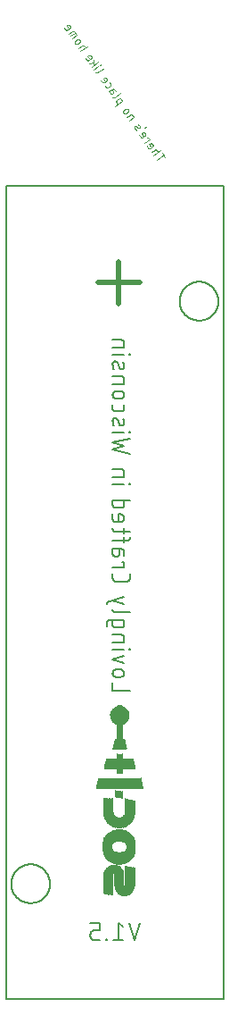
<source format=gbr>
G04 EAGLE Gerber RS-274X export*
G75*
%MOMM*%
%FSLAX34Y34*%
%LPD*%
%INSilkscreen Bottom*%
%IPPOS*%
%AMOC8*
5,1,8,0,0,1.08239X$1,22.5*%
G01*
%ADD10C,0.508000*%
%ADD11C,0.152400*%
%ADD12C,0.076200*%
%ADD13R,0.012700X0.012700*%
%ADD14R,0.012700X0.101600*%
%ADD15R,0.012700X0.139700*%
%ADD16R,0.012700X0.203200*%
%ADD17R,0.012700X0.241300*%
%ADD18R,0.012700X0.330200*%
%ADD19R,0.012700X0.368300*%
%ADD20R,0.012700X0.431800*%
%ADD21R,0.012700X0.469900*%
%ADD22R,0.012700X0.533400*%
%ADD23R,0.012700X0.571500*%
%ADD24R,0.012700X0.660400*%
%ADD25R,0.012700X0.698500*%
%ADD26R,0.012700X0.762000*%
%ADD27R,0.012700X0.800100*%
%ADD28R,0.012700X0.863600*%
%ADD29R,0.012700X0.927100*%
%ADD30R,0.012700X0.965200*%
%ADD31R,0.012700X0.977900*%
%ADD32R,0.012700X0.825500*%
%ADD33R,0.012700X1.054100*%
%ADD34R,0.012700X1.155700*%
%ADD35R,0.012700X1.104900*%
%ADD36R,0.012700X1.257300*%
%ADD37R,0.012700X1.460500*%
%ADD38R,0.012700X1.689100*%
%ADD39R,0.012700X1.333500*%
%ADD40R,0.012700X1.536700*%
%ADD41R,0.012700X1.816100*%
%ADD42R,0.012700X1.435100*%
%ADD43R,0.012700X1.638300*%
%ADD44R,0.012700X1.854200*%
%ADD45R,0.012700X1.485900*%
%ADD46R,0.012700X1.663700*%
%ADD47R,0.012700X1.917700*%
%ADD48R,0.012700X1.562100*%
%ADD49R,0.012700X1.739900*%
%ADD50R,0.012700X1.968500*%
%ADD51R,0.012700X1.765300*%
%ADD52R,0.012700X0.025400*%
%ADD53R,0.012700X2.032000*%
%ADD54R,0.012700X0.088900*%
%ADD55R,0.012700X2.044700*%
%ADD56R,0.012700X1.841500*%
%ADD57R,0.012700X2.120900*%
%ADD58R,0.012700X1.790700*%
%ADD59R,0.012700X1.892300*%
%ADD60R,0.012700X0.190500*%
%ADD61R,0.012700X0.266700*%
%ADD62R,0.012700X2.171700*%
%ADD63R,0.012700X1.866900*%
%ADD64R,0.012700X1.943100*%
%ADD65R,0.012700X0.292100*%
%ADD66R,0.012700X1.905000*%
%ADD67R,0.012700X2.222500*%
%ADD68R,0.012700X1.993900*%
%ADD69R,0.012700X0.419100*%
%ADD70R,0.012700X2.247900*%
%ADD71R,0.012700X2.273300*%
%ADD72R,0.012700X2.019300*%
%ADD73R,0.012700X0.520700*%
%ADD74R,0.012700X2.298700*%
%ADD75R,0.012700X2.057400*%
%ADD76R,0.012700X2.311400*%
%ADD77R,0.012700X2.095500*%
%ADD78R,0.012700X0.647700*%
%ADD79R,0.012700X2.324100*%
%ADD80R,0.012700X2.146300*%
%ADD81R,0.012700X2.374900*%
%ADD82R,0.012700X0.749300*%
%ADD83R,0.012700X2.197100*%
%ADD84R,0.012700X0.787400*%
%ADD85R,0.012700X2.400300*%
%ADD86R,0.012700X0.850900*%
%ADD87R,0.012700X2.413000*%
%ADD88R,0.012700X0.901700*%
%ADD89R,0.012700X2.425700*%
%ADD90R,0.012700X2.451100*%
%ADD91R,0.012700X2.463800*%
%ADD92R,0.012700X2.349500*%
%ADD93R,0.012700X2.476500*%
%ADD94R,0.012700X2.362200*%
%ADD95R,0.012700X2.489200*%
%ADD96R,0.012700X2.501900*%
%ADD97R,0.012700X2.540000*%
%ADD98R,0.012700X2.527300*%
%ADD99R,0.012700X2.552700*%
%ADD100R,0.012700X2.565400*%
%ADD101R,0.012700X2.578100*%
%ADD102R,0.012700X2.603500*%
%ADD103R,0.012700X2.616200*%
%ADD104R,0.012700X2.628900*%
%ADD105R,0.012700X2.654300*%
%ADD106R,0.012700X2.679700*%
%ADD107R,0.012700X2.667000*%
%ADD108R,0.012700X2.717800*%
%ADD109R,0.012700X2.705100*%
%ADD110R,0.012700X2.692400*%
%ADD111R,0.012700X2.730500*%
%ADD112R,0.012700X2.755900*%
%ADD113R,0.012700X2.781300*%
%ADD114R,0.012700X2.794000*%
%ADD115R,0.012700X2.806700*%
%ADD116R,0.012700X2.832100*%
%ADD117R,0.012700X2.743200*%
%ADD118R,0.012700X2.857500*%
%ADD119R,0.012700X2.882900*%
%ADD120R,0.012700X2.768600*%
%ADD121R,0.012700X2.895600*%
%ADD122R,0.012700X2.908300*%
%ADD123R,0.012700X2.933700*%
%ADD124R,0.012700X0.546100*%
%ADD125R,0.012700X0.596900*%
%ADD126R,0.012700X2.819400*%
%ADD127R,0.012700X2.946400*%
%ADD128R,0.012700X2.959100*%
%ADD129R,0.012700X0.723900*%
%ADD130R,0.012700X2.984500*%
%ADD131R,0.012700X0.838200*%
%ADD132R,0.012700X1.447800*%
%ADD133R,0.012700X1.358900*%
%ADD134R,0.012700X2.641600*%
%ADD135R,0.012700X1.003300*%
%ADD136R,0.012700X1.282700*%
%ADD137R,0.012700X1.028700*%
%ADD138R,0.012700X1.092200*%
%ADD139R,0.012700X2.870200*%
%ADD140R,0.012700X1.231900*%
%ADD141R,0.012700X1.181100*%
%ADD142R,0.012700X1.206500*%
%ADD143R,0.012700X1.219200*%
%ADD144R,0.012700X1.409700*%
%ADD145R,0.012700X0.063500*%
%ADD146R,0.012700X1.193800*%
%ADD147R,0.012700X1.384300*%
%ADD148R,0.012700X0.127000*%
%ADD149R,0.012700X1.308100*%
%ADD150R,0.012700X0.254000*%
%ADD151R,0.012700X1.168400*%
%ADD152R,0.012700X0.355600*%
%ADD153R,0.012700X0.393700*%
%ADD154R,0.012700X0.482600*%
%ADD155R,0.012700X0.584200*%
%ADD156R,0.012700X1.511300*%
%ADD157R,0.012700X1.143000*%
%ADD158R,0.012700X1.130300*%
%ADD159R,0.012700X0.622300*%
%ADD160R,0.012700X0.685800*%
%ADD161R,0.012700X0.812800*%
%ADD162R,0.012700X1.117600*%
%ADD163R,0.012700X1.587500*%
%ADD164R,0.012700X2.159000*%
%ADD165R,0.012700X0.914400*%
%ADD166R,0.012700X1.612900*%
%ADD167R,0.012700X0.952500*%
%ADD168R,0.012700X1.600200*%
%ADD169R,0.012700X2.260600*%
%ADD170R,0.012700X1.625600*%
%ADD171R,0.012700X1.079500*%
%ADD172R,0.012700X1.066800*%
%ADD173R,0.012700X0.609600*%
%ADD174R,0.012700X1.714500*%
%ADD175R,0.012700X1.041400*%
%ADD176R,0.012700X1.727200*%
%ADD177R,0.012700X0.038100*%
%ADD178R,0.012700X4.114800*%
%ADD179R,0.012700X1.828800*%
%ADD180R,0.012700X4.127500*%
%ADD181R,0.012700X1.016000*%
%ADD182R,0.012700X4.140200*%
%ADD183R,0.012700X0.990600*%
%ADD184R,0.012700X4.152900*%
%ADD185R,0.012700X4.165600*%
%ADD186R,0.012700X2.514600*%
%ADD187R,0.012700X2.387600*%
%ADD188R,0.012700X2.184400*%
%ADD189R,0.012700X2.006600*%
%ADD190R,0.012700X1.676400*%
%ADD191R,0.012700X0.939800*%
%ADD192R,0.012700X1.270000*%
%ADD193R,0.012700X1.549400*%
%ADD194R,0.012700X1.397000*%
%ADD195R,0.012700X2.844800*%
%ADD196R,0.012700X0.152400*%
%ADD197R,0.012700X1.371600*%
%ADD198R,0.012700X0.050800*%
%ADD199R,0.012700X2.438400*%
%ADD200R,0.012700X2.286000*%
%ADD201R,0.012700X2.235200*%
%ADD202R,0.012700X2.209800*%
%ADD203R,0.012700X2.108200*%
%ADD204R,0.012700X2.070100*%
%ADD205R,0.012700X1.955800*%
%ADD206R,0.012700X1.930400*%
%ADD207R,0.012700X1.803400*%
%ADD208R,0.012700X0.876300*%
%ADD209R,0.012700X1.574800*%
%ADD210R,0.012700X1.473200*%
%ADD211R,0.012700X0.317500*%
%ADD212R,0.012700X0.673100*%
%ADD213R,0.012700X0.558800*%
%ADD214R,0.012700X0.228600*%
%ADD215R,0.012700X0.165100*%
%ADD216C,0.127000*%


D10*
X131112Y683346D02*
X91488Y683346D01*
X111300Y663534D02*
X111300Y703158D01*
D11*
X131738Y77018D02*
X126319Y60762D01*
X120901Y77018D01*
X115204Y73406D02*
X110688Y77018D01*
X110688Y60762D01*
X106173Y60762D02*
X115204Y60762D01*
X100198Y60762D02*
X100198Y61665D01*
X99295Y61665D01*
X99295Y60762D01*
X100198Y60762D01*
X93320Y60762D02*
X87901Y60762D01*
X87783Y60764D01*
X87665Y60770D01*
X87547Y60779D01*
X87430Y60793D01*
X87313Y60810D01*
X87196Y60831D01*
X87081Y60856D01*
X86966Y60885D01*
X86852Y60918D01*
X86740Y60954D01*
X86629Y60994D01*
X86519Y61037D01*
X86410Y61084D01*
X86303Y61134D01*
X86198Y61189D01*
X86095Y61246D01*
X85994Y61307D01*
X85894Y61371D01*
X85797Y61438D01*
X85702Y61508D01*
X85610Y61582D01*
X85519Y61658D01*
X85432Y61738D01*
X85347Y61820D01*
X85265Y61905D01*
X85185Y61992D01*
X85109Y62083D01*
X85035Y62175D01*
X84965Y62270D01*
X84898Y62367D01*
X84834Y62467D01*
X84773Y62568D01*
X84716Y62671D01*
X84661Y62776D01*
X84611Y62883D01*
X84564Y62992D01*
X84521Y63102D01*
X84481Y63213D01*
X84445Y63325D01*
X84412Y63439D01*
X84383Y63554D01*
X84358Y63669D01*
X84337Y63786D01*
X84320Y63903D01*
X84306Y64020D01*
X84297Y64138D01*
X84291Y64256D01*
X84289Y64374D01*
X84289Y66181D01*
X84291Y66299D01*
X84297Y66417D01*
X84306Y66535D01*
X84320Y66652D01*
X84337Y66769D01*
X84358Y66886D01*
X84383Y67001D01*
X84412Y67116D01*
X84445Y67230D01*
X84481Y67342D01*
X84521Y67453D01*
X84564Y67563D01*
X84611Y67672D01*
X84661Y67779D01*
X84716Y67884D01*
X84773Y67987D01*
X84834Y68088D01*
X84898Y68188D01*
X84965Y68285D01*
X85035Y68380D01*
X85109Y68472D01*
X85185Y68563D01*
X85265Y68650D01*
X85347Y68735D01*
X85432Y68817D01*
X85519Y68897D01*
X85610Y68973D01*
X85702Y69047D01*
X85797Y69117D01*
X85894Y69184D01*
X85994Y69248D01*
X86095Y69309D01*
X86198Y69366D01*
X86303Y69421D01*
X86410Y69471D01*
X86519Y69518D01*
X86629Y69561D01*
X86740Y69601D01*
X86852Y69637D01*
X86966Y69670D01*
X87081Y69699D01*
X87196Y69724D01*
X87313Y69745D01*
X87430Y69762D01*
X87547Y69776D01*
X87665Y69785D01*
X87783Y69791D01*
X87901Y69793D01*
X93320Y69793D01*
X93320Y77018D01*
X84289Y77018D01*
X105482Y297053D02*
X121738Y297053D01*
X105482Y297053D02*
X105482Y304278D01*
X109094Y309910D02*
X112707Y309910D01*
X112826Y309912D01*
X112946Y309918D01*
X113065Y309928D01*
X113183Y309942D01*
X113302Y309959D01*
X113419Y309981D01*
X113536Y310006D01*
X113651Y310036D01*
X113766Y310069D01*
X113880Y310106D01*
X113992Y310146D01*
X114103Y310191D01*
X114212Y310239D01*
X114320Y310290D01*
X114426Y310345D01*
X114530Y310404D01*
X114632Y310466D01*
X114732Y310531D01*
X114830Y310600D01*
X114926Y310672D01*
X115019Y310747D01*
X115109Y310824D01*
X115197Y310905D01*
X115282Y310989D01*
X115364Y311076D01*
X115444Y311165D01*
X115520Y311257D01*
X115594Y311351D01*
X115664Y311448D01*
X115731Y311546D01*
X115795Y311647D01*
X115855Y311751D01*
X115912Y311856D01*
X115965Y311963D01*
X116015Y312071D01*
X116061Y312181D01*
X116103Y312293D01*
X116142Y312406D01*
X116177Y312520D01*
X116208Y312635D01*
X116236Y312752D01*
X116259Y312869D01*
X116279Y312986D01*
X116295Y313105D01*
X116307Y313224D01*
X116315Y313343D01*
X116319Y313462D01*
X116319Y313582D01*
X116315Y313701D01*
X116307Y313820D01*
X116295Y313939D01*
X116279Y314058D01*
X116259Y314175D01*
X116236Y314292D01*
X116208Y314409D01*
X116177Y314524D01*
X116142Y314638D01*
X116103Y314751D01*
X116061Y314863D01*
X116015Y314973D01*
X115965Y315081D01*
X115912Y315188D01*
X115855Y315293D01*
X115795Y315397D01*
X115731Y315498D01*
X115664Y315596D01*
X115594Y315693D01*
X115520Y315787D01*
X115444Y315879D01*
X115364Y315968D01*
X115282Y316055D01*
X115197Y316139D01*
X115109Y316220D01*
X115019Y316297D01*
X114926Y316372D01*
X114830Y316444D01*
X114732Y316513D01*
X114632Y316578D01*
X114530Y316640D01*
X114426Y316699D01*
X114320Y316754D01*
X114212Y316805D01*
X114103Y316853D01*
X113992Y316898D01*
X113880Y316938D01*
X113766Y316975D01*
X113651Y317008D01*
X113536Y317038D01*
X113419Y317063D01*
X113302Y317085D01*
X113183Y317102D01*
X113065Y317116D01*
X112946Y317126D01*
X112826Y317132D01*
X112707Y317134D01*
X112707Y317135D02*
X109094Y317135D01*
X109094Y317134D02*
X108975Y317132D01*
X108855Y317126D01*
X108736Y317116D01*
X108618Y317102D01*
X108499Y317085D01*
X108382Y317063D01*
X108265Y317038D01*
X108150Y317008D01*
X108035Y316975D01*
X107921Y316938D01*
X107809Y316898D01*
X107698Y316853D01*
X107589Y316805D01*
X107481Y316754D01*
X107375Y316699D01*
X107271Y316640D01*
X107169Y316578D01*
X107069Y316513D01*
X106971Y316444D01*
X106875Y316372D01*
X106782Y316297D01*
X106692Y316220D01*
X106604Y316139D01*
X106519Y316055D01*
X106437Y315968D01*
X106357Y315879D01*
X106281Y315787D01*
X106207Y315693D01*
X106137Y315596D01*
X106070Y315498D01*
X106006Y315397D01*
X105946Y315293D01*
X105889Y315188D01*
X105836Y315081D01*
X105786Y314973D01*
X105740Y314863D01*
X105698Y314751D01*
X105659Y314638D01*
X105624Y314524D01*
X105593Y314409D01*
X105565Y314292D01*
X105542Y314175D01*
X105522Y314058D01*
X105506Y313939D01*
X105494Y313820D01*
X105486Y313701D01*
X105482Y313582D01*
X105482Y313462D01*
X105486Y313343D01*
X105494Y313224D01*
X105506Y313105D01*
X105522Y312986D01*
X105542Y312869D01*
X105565Y312752D01*
X105593Y312635D01*
X105624Y312520D01*
X105659Y312406D01*
X105698Y312293D01*
X105740Y312181D01*
X105786Y312071D01*
X105836Y311963D01*
X105889Y311856D01*
X105946Y311751D01*
X106006Y311647D01*
X106070Y311546D01*
X106137Y311448D01*
X106207Y311351D01*
X106281Y311257D01*
X106357Y311165D01*
X106437Y311076D01*
X106519Y310989D01*
X106604Y310905D01*
X106692Y310824D01*
X106782Y310747D01*
X106875Y310672D01*
X106971Y310600D01*
X107069Y310531D01*
X107169Y310466D01*
X107271Y310404D01*
X107375Y310345D01*
X107481Y310290D01*
X107589Y310239D01*
X107698Y310191D01*
X107809Y310146D01*
X107921Y310106D01*
X108035Y310069D01*
X108150Y310036D01*
X108265Y310006D01*
X108382Y309981D01*
X108499Y309959D01*
X108618Y309942D01*
X108736Y309928D01*
X108855Y309918D01*
X108975Y309912D01*
X109094Y309910D01*
X116319Y322936D02*
X105482Y326548D01*
X116319Y330161D01*
X116319Y335927D02*
X105482Y335927D01*
X120835Y335476D02*
X121738Y335476D01*
X121738Y336379D01*
X120835Y336379D01*
X120835Y335476D01*
X116319Y342736D02*
X105482Y342736D01*
X116319Y342736D02*
X116319Y347251D01*
X116317Y347352D01*
X116311Y347453D01*
X116302Y347554D01*
X116289Y347655D01*
X116272Y347755D01*
X116251Y347854D01*
X116227Y347952D01*
X116199Y348049D01*
X116167Y348146D01*
X116132Y348241D01*
X116093Y348334D01*
X116051Y348426D01*
X116005Y348517D01*
X115956Y348606D01*
X115904Y348692D01*
X115848Y348777D01*
X115790Y348860D01*
X115728Y348940D01*
X115663Y349018D01*
X115596Y349094D01*
X115526Y349167D01*
X115453Y349237D01*
X115377Y349304D01*
X115299Y349369D01*
X115219Y349431D01*
X115136Y349489D01*
X115051Y349545D01*
X114965Y349597D01*
X114876Y349646D01*
X114785Y349692D01*
X114693Y349734D01*
X114600Y349773D01*
X114505Y349808D01*
X114408Y349840D01*
X114311Y349868D01*
X114213Y349892D01*
X114114Y349913D01*
X114014Y349930D01*
X113913Y349943D01*
X113812Y349952D01*
X113711Y349958D01*
X113610Y349960D01*
X105482Y349960D01*
X105482Y359440D02*
X105482Y363955D01*
X105482Y359440D02*
X105484Y359339D01*
X105490Y359238D01*
X105499Y359137D01*
X105512Y359036D01*
X105529Y358936D01*
X105550Y358837D01*
X105574Y358739D01*
X105602Y358642D01*
X105634Y358545D01*
X105669Y358450D01*
X105708Y358357D01*
X105750Y358265D01*
X105796Y358174D01*
X105845Y358086D01*
X105897Y357999D01*
X105953Y357914D01*
X106011Y357831D01*
X106073Y357751D01*
X106138Y357673D01*
X106205Y357597D01*
X106275Y357524D01*
X106348Y357454D01*
X106424Y357387D01*
X106502Y357322D01*
X106582Y357260D01*
X106665Y357202D01*
X106750Y357146D01*
X106837Y357094D01*
X106925Y357045D01*
X107016Y356999D01*
X107108Y356957D01*
X107201Y356918D01*
X107296Y356883D01*
X107393Y356851D01*
X107490Y356823D01*
X107588Y356799D01*
X107687Y356778D01*
X107787Y356761D01*
X107888Y356748D01*
X107989Y356739D01*
X108090Y356733D01*
X108191Y356731D01*
X108191Y356730D02*
X113610Y356730D01*
X113610Y356731D02*
X113711Y356733D01*
X113812Y356739D01*
X113913Y356748D01*
X114014Y356761D01*
X114114Y356778D01*
X114213Y356799D01*
X114311Y356823D01*
X114408Y356851D01*
X114505Y356883D01*
X114600Y356918D01*
X114693Y356957D01*
X114785Y356999D01*
X114876Y357045D01*
X114964Y357094D01*
X115051Y357146D01*
X115136Y357202D01*
X115219Y357260D01*
X115299Y357322D01*
X115377Y357387D01*
X115453Y357454D01*
X115526Y357524D01*
X115596Y357597D01*
X115663Y357673D01*
X115728Y357751D01*
X115790Y357831D01*
X115848Y357914D01*
X115904Y357999D01*
X115956Y358086D01*
X116005Y358174D01*
X116051Y358265D01*
X116093Y358357D01*
X116132Y358450D01*
X116167Y358545D01*
X116199Y358642D01*
X116227Y358739D01*
X116251Y358837D01*
X116272Y358936D01*
X116289Y359036D01*
X116302Y359137D01*
X116311Y359238D01*
X116317Y359339D01*
X116319Y359440D01*
X116319Y363955D01*
X102773Y363955D01*
X102669Y363953D01*
X102566Y363947D01*
X102462Y363937D01*
X102359Y363923D01*
X102257Y363905D01*
X102156Y363884D01*
X102055Y363858D01*
X101956Y363829D01*
X101857Y363796D01*
X101760Y363759D01*
X101665Y363718D01*
X101571Y363674D01*
X101479Y363626D01*
X101389Y363575D01*
X101300Y363520D01*
X101214Y363462D01*
X101131Y363400D01*
X101049Y363336D01*
X100971Y363268D01*
X100895Y363198D01*
X100821Y363125D01*
X100751Y363048D01*
X100683Y362970D01*
X100619Y362888D01*
X100557Y362805D01*
X100499Y362719D01*
X100444Y362630D01*
X100393Y362540D01*
X100345Y362448D01*
X100301Y362354D01*
X100260Y362259D01*
X100223Y362162D01*
X100190Y362063D01*
X100161Y361964D01*
X100135Y361863D01*
X100114Y361762D01*
X100096Y361660D01*
X100082Y361557D01*
X100072Y361453D01*
X100066Y361350D01*
X100064Y361246D01*
X100063Y361246D02*
X100063Y357633D01*
X108191Y371109D02*
X121738Y371109D01*
X108191Y371109D02*
X108090Y371111D01*
X107989Y371117D01*
X107888Y371126D01*
X107787Y371139D01*
X107687Y371156D01*
X107588Y371177D01*
X107490Y371201D01*
X107393Y371229D01*
X107296Y371261D01*
X107201Y371296D01*
X107108Y371335D01*
X107016Y371377D01*
X106925Y371423D01*
X106837Y371472D01*
X106750Y371524D01*
X106665Y371580D01*
X106582Y371638D01*
X106502Y371700D01*
X106424Y371765D01*
X106348Y371832D01*
X106275Y371902D01*
X106205Y371975D01*
X106138Y372051D01*
X106073Y372129D01*
X106011Y372209D01*
X105953Y372292D01*
X105897Y372377D01*
X105845Y372464D01*
X105796Y372552D01*
X105750Y372643D01*
X105708Y372735D01*
X105669Y372828D01*
X105634Y372923D01*
X105602Y373020D01*
X105574Y373117D01*
X105550Y373215D01*
X105529Y373314D01*
X105512Y373414D01*
X105499Y373515D01*
X105490Y373616D01*
X105484Y373717D01*
X105482Y373818D01*
X100063Y378687D02*
X100063Y380494D01*
X116319Y385912D01*
X116319Y378687D02*
X105482Y382300D01*
X105482Y403762D02*
X105482Y407374D01*
X105482Y403762D02*
X105484Y403644D01*
X105490Y403526D01*
X105499Y403408D01*
X105513Y403291D01*
X105530Y403174D01*
X105551Y403057D01*
X105576Y402942D01*
X105605Y402827D01*
X105638Y402713D01*
X105674Y402601D01*
X105714Y402490D01*
X105757Y402380D01*
X105804Y402271D01*
X105854Y402164D01*
X105909Y402059D01*
X105966Y401956D01*
X106027Y401855D01*
X106091Y401755D01*
X106158Y401658D01*
X106228Y401563D01*
X106302Y401471D01*
X106378Y401380D01*
X106458Y401293D01*
X106540Y401208D01*
X106625Y401126D01*
X106712Y401046D01*
X106803Y400970D01*
X106895Y400896D01*
X106990Y400826D01*
X107087Y400759D01*
X107187Y400695D01*
X107288Y400634D01*
X107391Y400577D01*
X107496Y400522D01*
X107603Y400472D01*
X107712Y400425D01*
X107822Y400382D01*
X107933Y400342D01*
X108045Y400306D01*
X108159Y400273D01*
X108274Y400244D01*
X108389Y400219D01*
X108506Y400198D01*
X108623Y400181D01*
X108740Y400167D01*
X108858Y400158D01*
X108976Y400152D01*
X109094Y400150D01*
X109094Y400149D02*
X118126Y400149D01*
X118126Y400150D02*
X118244Y400152D01*
X118362Y400158D01*
X118480Y400167D01*
X118597Y400181D01*
X118714Y400198D01*
X118831Y400219D01*
X118946Y400244D01*
X119061Y400273D01*
X119175Y400306D01*
X119287Y400342D01*
X119398Y400382D01*
X119508Y400425D01*
X119617Y400472D01*
X119724Y400522D01*
X119829Y400576D01*
X119932Y400634D01*
X120033Y400695D01*
X120133Y400759D01*
X120230Y400826D01*
X120325Y400896D01*
X120417Y400970D01*
X120508Y401046D01*
X120595Y401126D01*
X120680Y401208D01*
X120762Y401293D01*
X120842Y401380D01*
X120918Y401471D01*
X120992Y401563D01*
X121062Y401658D01*
X121129Y401755D01*
X121193Y401855D01*
X121254Y401956D01*
X121311Y402059D01*
X121365Y402164D01*
X121416Y402271D01*
X121463Y402380D01*
X121506Y402490D01*
X121546Y402601D01*
X121582Y402713D01*
X121615Y402827D01*
X121644Y402942D01*
X121669Y403057D01*
X121690Y403174D01*
X121707Y403291D01*
X121721Y403408D01*
X121730Y403526D01*
X121736Y403644D01*
X121738Y403762D01*
X121738Y407374D01*
X116319Y413682D02*
X105482Y413682D01*
X116319Y413682D02*
X116319Y419101D01*
X114513Y419101D01*
X111804Y427105D02*
X111804Y431169D01*
X111804Y427105D02*
X111802Y426993D01*
X111796Y426882D01*
X111786Y426771D01*
X111773Y426660D01*
X111755Y426550D01*
X111733Y426441D01*
X111708Y426332D01*
X111679Y426224D01*
X111646Y426118D01*
X111609Y426012D01*
X111569Y425908D01*
X111525Y425806D01*
X111477Y425705D01*
X111426Y425606D01*
X111371Y425508D01*
X111313Y425413D01*
X111252Y425320D01*
X111187Y425229D01*
X111119Y425140D01*
X111048Y425054D01*
X110975Y424971D01*
X110898Y424890D01*
X110818Y424811D01*
X110736Y424736D01*
X110651Y424664D01*
X110564Y424594D01*
X110474Y424528D01*
X110382Y424465D01*
X110287Y424405D01*
X110191Y424349D01*
X110093Y424296D01*
X109993Y424247D01*
X109891Y424201D01*
X109788Y424159D01*
X109683Y424120D01*
X109577Y424085D01*
X109470Y424054D01*
X109362Y424027D01*
X109253Y424003D01*
X109143Y423984D01*
X109033Y423968D01*
X108922Y423956D01*
X108810Y423948D01*
X108699Y423944D01*
X108587Y423944D01*
X108476Y423948D01*
X108364Y423956D01*
X108253Y423968D01*
X108143Y423984D01*
X108033Y424003D01*
X107924Y424027D01*
X107816Y424054D01*
X107709Y424085D01*
X107603Y424120D01*
X107498Y424159D01*
X107395Y424201D01*
X107293Y424247D01*
X107193Y424296D01*
X107095Y424349D01*
X106999Y424405D01*
X106904Y424465D01*
X106812Y424528D01*
X106722Y424594D01*
X106635Y424664D01*
X106550Y424736D01*
X106468Y424811D01*
X106388Y424890D01*
X106311Y424971D01*
X106238Y425054D01*
X106167Y425140D01*
X106099Y425229D01*
X106034Y425320D01*
X105973Y425413D01*
X105915Y425508D01*
X105860Y425606D01*
X105809Y425705D01*
X105761Y425806D01*
X105717Y425908D01*
X105677Y426012D01*
X105640Y426118D01*
X105607Y426224D01*
X105578Y426332D01*
X105553Y426441D01*
X105531Y426550D01*
X105513Y426660D01*
X105500Y426771D01*
X105490Y426882D01*
X105484Y426993D01*
X105482Y427105D01*
X105482Y431169D01*
X113610Y431169D01*
X113711Y431167D01*
X113812Y431161D01*
X113913Y431152D01*
X114014Y431139D01*
X114114Y431122D01*
X114213Y431101D01*
X114311Y431077D01*
X114408Y431049D01*
X114505Y431017D01*
X114600Y430982D01*
X114693Y430943D01*
X114785Y430901D01*
X114876Y430855D01*
X114965Y430806D01*
X115051Y430754D01*
X115136Y430698D01*
X115219Y430640D01*
X115299Y430578D01*
X115377Y430513D01*
X115453Y430446D01*
X115526Y430376D01*
X115596Y430303D01*
X115663Y430227D01*
X115728Y430149D01*
X115790Y430069D01*
X115848Y429986D01*
X115904Y429901D01*
X115956Y429815D01*
X116005Y429726D01*
X116051Y429635D01*
X116093Y429543D01*
X116132Y429450D01*
X116167Y429355D01*
X116199Y429258D01*
X116227Y429161D01*
X116251Y429063D01*
X116272Y428964D01*
X116289Y428864D01*
X116302Y428763D01*
X116311Y428662D01*
X116317Y428561D01*
X116319Y428460D01*
X116319Y424848D01*
X119029Y438974D02*
X105482Y438974D01*
X119029Y438974D02*
X119133Y438976D01*
X119236Y438982D01*
X119340Y438992D01*
X119443Y439006D01*
X119545Y439024D01*
X119646Y439045D01*
X119747Y439071D01*
X119846Y439100D01*
X119945Y439133D01*
X120042Y439170D01*
X120137Y439211D01*
X120231Y439255D01*
X120323Y439303D01*
X120413Y439354D01*
X120502Y439409D01*
X120588Y439467D01*
X120671Y439529D01*
X120753Y439593D01*
X120831Y439661D01*
X120907Y439731D01*
X120981Y439804D01*
X121051Y439881D01*
X121119Y439959D01*
X121183Y440041D01*
X121245Y440124D01*
X121303Y440210D01*
X121358Y440299D01*
X121409Y440389D01*
X121457Y440481D01*
X121501Y440575D01*
X121542Y440670D01*
X121579Y440767D01*
X121612Y440866D01*
X121641Y440965D01*
X121667Y441066D01*
X121688Y441167D01*
X121706Y441269D01*
X121720Y441372D01*
X121730Y441476D01*
X121736Y441579D01*
X121738Y441683D01*
X121738Y442586D01*
X116319Y442586D02*
X116319Y437167D01*
X116319Y445646D02*
X116319Y451065D01*
X121738Y447453D02*
X108191Y447453D01*
X108090Y447455D01*
X107989Y447461D01*
X107888Y447470D01*
X107787Y447483D01*
X107687Y447500D01*
X107588Y447521D01*
X107490Y447545D01*
X107393Y447573D01*
X107296Y447605D01*
X107201Y447640D01*
X107108Y447679D01*
X107016Y447721D01*
X106925Y447767D01*
X106837Y447816D01*
X106750Y447868D01*
X106665Y447924D01*
X106582Y447982D01*
X106502Y448044D01*
X106424Y448109D01*
X106348Y448176D01*
X106275Y448246D01*
X106205Y448319D01*
X106138Y448395D01*
X106073Y448473D01*
X106011Y448553D01*
X105953Y448636D01*
X105897Y448721D01*
X105845Y448808D01*
X105796Y448896D01*
X105750Y448987D01*
X105708Y449079D01*
X105669Y449172D01*
X105634Y449267D01*
X105602Y449364D01*
X105574Y449461D01*
X105550Y449559D01*
X105529Y449658D01*
X105512Y449758D01*
X105499Y449859D01*
X105490Y449960D01*
X105484Y450061D01*
X105482Y450162D01*
X105482Y451065D01*
X105482Y459553D02*
X105482Y464068D01*
X105482Y459553D02*
X105484Y459452D01*
X105490Y459351D01*
X105499Y459250D01*
X105512Y459149D01*
X105529Y459049D01*
X105550Y458950D01*
X105574Y458852D01*
X105602Y458755D01*
X105634Y458658D01*
X105669Y458563D01*
X105708Y458470D01*
X105750Y458378D01*
X105796Y458287D01*
X105845Y458199D01*
X105897Y458112D01*
X105953Y458027D01*
X106011Y457944D01*
X106073Y457864D01*
X106138Y457786D01*
X106205Y457710D01*
X106275Y457637D01*
X106348Y457567D01*
X106424Y457500D01*
X106502Y457435D01*
X106582Y457373D01*
X106665Y457315D01*
X106750Y457259D01*
X106837Y457207D01*
X106925Y457158D01*
X107016Y457112D01*
X107108Y457070D01*
X107201Y457031D01*
X107296Y456996D01*
X107393Y456964D01*
X107490Y456936D01*
X107588Y456912D01*
X107687Y456891D01*
X107787Y456874D01*
X107888Y456861D01*
X107989Y456852D01*
X108090Y456846D01*
X108191Y456844D01*
X108191Y456843D02*
X112707Y456843D01*
X112707Y456844D02*
X112826Y456846D01*
X112946Y456852D01*
X113065Y456862D01*
X113183Y456876D01*
X113302Y456893D01*
X113419Y456915D01*
X113536Y456940D01*
X113651Y456970D01*
X113766Y457003D01*
X113880Y457040D01*
X113992Y457080D01*
X114103Y457125D01*
X114212Y457173D01*
X114320Y457224D01*
X114426Y457279D01*
X114530Y457338D01*
X114632Y457400D01*
X114732Y457465D01*
X114830Y457534D01*
X114926Y457606D01*
X115019Y457681D01*
X115109Y457758D01*
X115197Y457839D01*
X115282Y457923D01*
X115364Y458010D01*
X115444Y458099D01*
X115520Y458191D01*
X115594Y458285D01*
X115664Y458382D01*
X115731Y458480D01*
X115795Y458581D01*
X115855Y458685D01*
X115912Y458790D01*
X115965Y458897D01*
X116015Y459005D01*
X116061Y459115D01*
X116103Y459227D01*
X116142Y459340D01*
X116177Y459454D01*
X116208Y459569D01*
X116236Y459686D01*
X116259Y459803D01*
X116279Y459920D01*
X116295Y460039D01*
X116307Y460158D01*
X116315Y460277D01*
X116319Y460396D01*
X116319Y460516D01*
X116315Y460635D01*
X116307Y460754D01*
X116295Y460873D01*
X116279Y460992D01*
X116259Y461109D01*
X116236Y461226D01*
X116208Y461343D01*
X116177Y461458D01*
X116142Y461572D01*
X116103Y461685D01*
X116061Y461797D01*
X116015Y461907D01*
X115965Y462015D01*
X115912Y462122D01*
X115855Y462227D01*
X115795Y462331D01*
X115731Y462432D01*
X115664Y462530D01*
X115594Y462627D01*
X115520Y462721D01*
X115444Y462813D01*
X115364Y462902D01*
X115282Y462989D01*
X115197Y463073D01*
X115109Y463154D01*
X115019Y463231D01*
X114926Y463306D01*
X114830Y463378D01*
X114732Y463447D01*
X114632Y463512D01*
X114530Y463574D01*
X114426Y463633D01*
X114320Y463688D01*
X114212Y463739D01*
X114103Y463787D01*
X113992Y463832D01*
X113880Y463872D01*
X113766Y463909D01*
X113651Y463942D01*
X113536Y463972D01*
X113419Y463997D01*
X113302Y464019D01*
X113183Y464036D01*
X113065Y464050D01*
X112946Y464060D01*
X112826Y464066D01*
X112707Y464068D01*
X110901Y464068D01*
X110901Y456843D01*
X105482Y477542D02*
X121738Y477542D01*
X105482Y477542D02*
X105482Y473026D01*
X105484Y472925D01*
X105490Y472824D01*
X105499Y472723D01*
X105512Y472622D01*
X105529Y472522D01*
X105550Y472423D01*
X105574Y472325D01*
X105602Y472228D01*
X105634Y472131D01*
X105669Y472036D01*
X105708Y471943D01*
X105750Y471851D01*
X105796Y471760D01*
X105845Y471672D01*
X105897Y471585D01*
X105953Y471500D01*
X106011Y471417D01*
X106073Y471337D01*
X106138Y471259D01*
X106205Y471183D01*
X106275Y471110D01*
X106348Y471040D01*
X106424Y470973D01*
X106502Y470908D01*
X106582Y470846D01*
X106665Y470788D01*
X106750Y470732D01*
X106837Y470680D01*
X106925Y470631D01*
X107016Y470585D01*
X107108Y470543D01*
X107201Y470504D01*
X107296Y470469D01*
X107393Y470437D01*
X107490Y470409D01*
X107588Y470385D01*
X107687Y470364D01*
X107787Y470347D01*
X107888Y470334D01*
X107989Y470325D01*
X108090Y470319D01*
X108191Y470317D01*
X113610Y470317D01*
X113711Y470319D01*
X113812Y470325D01*
X113913Y470334D01*
X114014Y470347D01*
X114114Y470364D01*
X114213Y470385D01*
X114311Y470409D01*
X114408Y470437D01*
X114505Y470469D01*
X114600Y470504D01*
X114693Y470543D01*
X114785Y470585D01*
X114876Y470631D01*
X114964Y470680D01*
X115051Y470732D01*
X115136Y470788D01*
X115219Y470846D01*
X115299Y470908D01*
X115377Y470973D01*
X115453Y471040D01*
X115526Y471110D01*
X115596Y471183D01*
X115663Y471259D01*
X115728Y471337D01*
X115790Y471417D01*
X115848Y471500D01*
X115904Y471585D01*
X115956Y471672D01*
X116005Y471760D01*
X116051Y471851D01*
X116093Y471943D01*
X116132Y472036D01*
X116167Y472131D01*
X116199Y472228D01*
X116227Y472325D01*
X116251Y472423D01*
X116272Y472522D01*
X116289Y472622D01*
X116302Y472723D01*
X116311Y472824D01*
X116317Y472925D01*
X116319Y473026D01*
X116319Y477542D01*
X116319Y492760D02*
X105482Y492760D01*
X120835Y492309D02*
X121738Y492309D01*
X121738Y493212D01*
X120835Y493212D01*
X120835Y492309D01*
X116319Y499569D02*
X105482Y499569D01*
X116319Y499569D02*
X116319Y504084D01*
X116317Y504185D01*
X116311Y504286D01*
X116302Y504387D01*
X116289Y504488D01*
X116272Y504588D01*
X116251Y504687D01*
X116227Y504785D01*
X116199Y504882D01*
X116167Y504979D01*
X116132Y505074D01*
X116093Y505167D01*
X116051Y505259D01*
X116005Y505350D01*
X115956Y505439D01*
X115904Y505525D01*
X115848Y505610D01*
X115790Y505693D01*
X115728Y505773D01*
X115663Y505851D01*
X115596Y505927D01*
X115526Y506000D01*
X115453Y506070D01*
X115377Y506137D01*
X115299Y506202D01*
X115219Y506264D01*
X115136Y506322D01*
X115051Y506378D01*
X114965Y506430D01*
X114876Y506479D01*
X114785Y506525D01*
X114693Y506567D01*
X114600Y506606D01*
X114505Y506641D01*
X114408Y506673D01*
X114311Y506701D01*
X114213Y506725D01*
X114114Y506746D01*
X114014Y506763D01*
X113913Y506776D01*
X113812Y506785D01*
X113711Y506791D01*
X113610Y506793D01*
X105482Y506793D01*
X105482Y525100D02*
X121738Y521487D01*
X116319Y528712D02*
X105482Y525100D01*
X105482Y532324D02*
X116319Y528712D01*
X121738Y535937D02*
X105482Y532324D01*
X105482Y541738D02*
X116319Y541738D01*
X120835Y541286D02*
X121738Y541286D01*
X121738Y542190D01*
X120835Y542190D01*
X120835Y541286D01*
X111804Y549380D02*
X109998Y553896D01*
X111804Y549380D02*
X111841Y549292D01*
X111882Y549206D01*
X111926Y549121D01*
X111974Y549038D01*
X112025Y548958D01*
X112079Y548879D01*
X112137Y548803D01*
X112197Y548729D01*
X112261Y548657D01*
X112327Y548589D01*
X112397Y548523D01*
X112468Y548460D01*
X112543Y548399D01*
X112619Y548342D01*
X112698Y548289D01*
X112779Y548238D01*
X112862Y548191D01*
X112947Y548147D01*
X113034Y548107D01*
X113122Y548070D01*
X113212Y548037D01*
X113303Y548007D01*
X113395Y547982D01*
X113488Y547960D01*
X113582Y547942D01*
X113676Y547927D01*
X113771Y547917D01*
X113867Y547911D01*
X113962Y547908D01*
X114058Y547909D01*
X114153Y547915D01*
X114249Y547924D01*
X114343Y547937D01*
X114437Y547953D01*
X114531Y547974D01*
X114623Y547999D01*
X114714Y548027D01*
X114804Y548059D01*
X114893Y548094D01*
X114980Y548133D01*
X115066Y548176D01*
X115150Y548222D01*
X115231Y548272D01*
X115311Y548324D01*
X115389Y548380D01*
X115464Y548440D01*
X115536Y548502D01*
X115606Y548567D01*
X115674Y548635D01*
X115738Y548705D01*
X115800Y548778D01*
X115858Y548854D01*
X115914Y548932D01*
X115966Y549012D01*
X116015Y549094D01*
X116060Y549178D01*
X116102Y549264D01*
X116141Y549351D01*
X116176Y549440D01*
X116207Y549531D01*
X116234Y549622D01*
X116258Y549715D01*
X116278Y549808D01*
X116294Y549902D01*
X116306Y549997D01*
X116315Y550092D01*
X116319Y550188D01*
X116320Y550283D01*
X116313Y550530D01*
X116301Y550776D01*
X116283Y551022D01*
X116258Y551268D01*
X116228Y551512D01*
X116192Y551756D01*
X116151Y551999D01*
X116103Y552241D01*
X116049Y552482D01*
X115990Y552721D01*
X115925Y552959D01*
X115854Y553195D01*
X115778Y553430D01*
X115696Y553663D01*
X115608Y553893D01*
X115515Y554121D01*
X115417Y554348D01*
X109997Y553896D02*
X109960Y553984D01*
X109919Y554070D01*
X109875Y554155D01*
X109827Y554238D01*
X109776Y554318D01*
X109722Y554397D01*
X109664Y554473D01*
X109604Y554547D01*
X109540Y554619D01*
X109474Y554687D01*
X109404Y554753D01*
X109333Y554816D01*
X109258Y554877D01*
X109182Y554934D01*
X109103Y554987D01*
X109022Y555038D01*
X108939Y555085D01*
X108854Y555129D01*
X108767Y555169D01*
X108679Y555206D01*
X108589Y555239D01*
X108498Y555269D01*
X108406Y555294D01*
X108313Y555316D01*
X108219Y555334D01*
X108125Y555349D01*
X108030Y555359D01*
X107934Y555365D01*
X107839Y555368D01*
X107743Y555367D01*
X107648Y555361D01*
X107552Y555352D01*
X107458Y555339D01*
X107364Y555323D01*
X107270Y555302D01*
X107178Y555277D01*
X107087Y555249D01*
X106997Y555217D01*
X106908Y555182D01*
X106821Y555143D01*
X106735Y555100D01*
X106651Y555054D01*
X106570Y555004D01*
X106490Y554952D01*
X106412Y554896D01*
X106337Y554836D01*
X106265Y554774D01*
X106195Y554709D01*
X106127Y554641D01*
X106063Y554571D01*
X106001Y554498D01*
X105943Y554422D01*
X105887Y554344D01*
X105835Y554264D01*
X105786Y554182D01*
X105741Y554098D01*
X105699Y554012D01*
X105660Y553925D01*
X105625Y553836D01*
X105594Y553745D01*
X105567Y553654D01*
X105543Y553561D01*
X105523Y553468D01*
X105507Y553374D01*
X105495Y553279D01*
X105486Y553184D01*
X105482Y553088D01*
X105481Y552993D01*
X105482Y552992D02*
X105491Y552630D01*
X105509Y552268D01*
X105536Y551907D01*
X105571Y551547D01*
X105614Y551187D01*
X105666Y550828D01*
X105727Y550471D01*
X105796Y550116D01*
X105873Y549762D01*
X105959Y549410D01*
X106053Y549060D01*
X106156Y548712D01*
X106266Y548367D01*
X106385Y548025D01*
X105482Y564299D02*
X105482Y567912D01*
X105482Y564299D02*
X105484Y564198D01*
X105490Y564097D01*
X105499Y563996D01*
X105512Y563895D01*
X105529Y563795D01*
X105550Y563696D01*
X105574Y563598D01*
X105602Y563501D01*
X105634Y563404D01*
X105669Y563309D01*
X105708Y563216D01*
X105750Y563124D01*
X105796Y563033D01*
X105845Y562945D01*
X105897Y562858D01*
X105953Y562773D01*
X106011Y562690D01*
X106073Y562610D01*
X106138Y562532D01*
X106205Y562456D01*
X106275Y562383D01*
X106348Y562313D01*
X106424Y562246D01*
X106502Y562181D01*
X106582Y562119D01*
X106665Y562061D01*
X106750Y562005D01*
X106837Y561953D01*
X106925Y561904D01*
X107016Y561858D01*
X107108Y561816D01*
X107201Y561777D01*
X107296Y561742D01*
X107393Y561710D01*
X107490Y561682D01*
X107588Y561658D01*
X107687Y561637D01*
X107787Y561620D01*
X107888Y561607D01*
X107989Y561598D01*
X108090Y561592D01*
X108191Y561590D01*
X113610Y561590D01*
X113711Y561592D01*
X113812Y561598D01*
X113913Y561607D01*
X114014Y561620D01*
X114114Y561637D01*
X114213Y561658D01*
X114311Y561682D01*
X114408Y561710D01*
X114505Y561742D01*
X114600Y561777D01*
X114693Y561816D01*
X114785Y561858D01*
X114876Y561904D01*
X114964Y561953D01*
X115051Y562005D01*
X115136Y562061D01*
X115219Y562119D01*
X115299Y562181D01*
X115377Y562246D01*
X115453Y562313D01*
X115526Y562383D01*
X115596Y562456D01*
X115663Y562532D01*
X115728Y562610D01*
X115790Y562690D01*
X115848Y562773D01*
X115904Y562858D01*
X115956Y562945D01*
X116005Y563033D01*
X116051Y563124D01*
X116093Y563216D01*
X116132Y563309D01*
X116167Y563404D01*
X116199Y563501D01*
X116227Y563598D01*
X116251Y563696D01*
X116272Y563795D01*
X116289Y563895D01*
X116302Y563996D01*
X116311Y564097D01*
X116317Y564198D01*
X116319Y564299D01*
X116319Y567912D01*
X112707Y573556D02*
X109094Y573556D01*
X112707Y573557D02*
X112826Y573559D01*
X112946Y573565D01*
X113065Y573575D01*
X113183Y573589D01*
X113302Y573606D01*
X113419Y573628D01*
X113536Y573653D01*
X113651Y573683D01*
X113766Y573716D01*
X113880Y573753D01*
X113992Y573793D01*
X114103Y573838D01*
X114212Y573886D01*
X114320Y573937D01*
X114426Y573992D01*
X114530Y574051D01*
X114632Y574113D01*
X114732Y574178D01*
X114830Y574247D01*
X114926Y574319D01*
X115019Y574394D01*
X115109Y574471D01*
X115197Y574552D01*
X115282Y574636D01*
X115364Y574723D01*
X115444Y574812D01*
X115520Y574904D01*
X115594Y574998D01*
X115664Y575095D01*
X115731Y575193D01*
X115795Y575294D01*
X115855Y575398D01*
X115912Y575503D01*
X115965Y575610D01*
X116015Y575718D01*
X116061Y575828D01*
X116103Y575940D01*
X116142Y576053D01*
X116177Y576167D01*
X116208Y576282D01*
X116236Y576399D01*
X116259Y576516D01*
X116279Y576633D01*
X116295Y576752D01*
X116307Y576871D01*
X116315Y576990D01*
X116319Y577109D01*
X116319Y577229D01*
X116315Y577348D01*
X116307Y577467D01*
X116295Y577586D01*
X116279Y577705D01*
X116259Y577822D01*
X116236Y577939D01*
X116208Y578056D01*
X116177Y578171D01*
X116142Y578285D01*
X116103Y578398D01*
X116061Y578510D01*
X116015Y578620D01*
X115965Y578728D01*
X115912Y578835D01*
X115855Y578940D01*
X115795Y579044D01*
X115731Y579145D01*
X115664Y579243D01*
X115594Y579340D01*
X115520Y579434D01*
X115444Y579526D01*
X115364Y579615D01*
X115282Y579702D01*
X115197Y579786D01*
X115109Y579867D01*
X115019Y579944D01*
X114926Y580019D01*
X114830Y580091D01*
X114732Y580160D01*
X114632Y580225D01*
X114530Y580287D01*
X114426Y580346D01*
X114320Y580401D01*
X114212Y580452D01*
X114103Y580500D01*
X113992Y580545D01*
X113880Y580585D01*
X113766Y580622D01*
X113651Y580655D01*
X113536Y580685D01*
X113419Y580710D01*
X113302Y580732D01*
X113183Y580749D01*
X113065Y580763D01*
X112946Y580773D01*
X112826Y580779D01*
X112707Y580781D01*
X109094Y580781D01*
X108975Y580779D01*
X108855Y580773D01*
X108736Y580763D01*
X108618Y580749D01*
X108499Y580732D01*
X108382Y580710D01*
X108265Y580685D01*
X108150Y580655D01*
X108035Y580622D01*
X107921Y580585D01*
X107809Y580545D01*
X107698Y580500D01*
X107589Y580452D01*
X107481Y580401D01*
X107375Y580346D01*
X107271Y580287D01*
X107169Y580225D01*
X107069Y580160D01*
X106971Y580091D01*
X106875Y580019D01*
X106782Y579944D01*
X106692Y579867D01*
X106604Y579786D01*
X106519Y579702D01*
X106437Y579615D01*
X106357Y579526D01*
X106281Y579434D01*
X106207Y579340D01*
X106137Y579243D01*
X106070Y579145D01*
X106006Y579044D01*
X105946Y578940D01*
X105889Y578835D01*
X105836Y578728D01*
X105786Y578620D01*
X105740Y578510D01*
X105698Y578398D01*
X105659Y578285D01*
X105624Y578171D01*
X105593Y578056D01*
X105565Y577939D01*
X105542Y577822D01*
X105522Y577705D01*
X105506Y577586D01*
X105494Y577467D01*
X105486Y577348D01*
X105482Y577229D01*
X105482Y577109D01*
X105486Y576990D01*
X105494Y576871D01*
X105506Y576752D01*
X105522Y576633D01*
X105542Y576516D01*
X105565Y576399D01*
X105593Y576282D01*
X105624Y576167D01*
X105659Y576053D01*
X105698Y575940D01*
X105740Y575828D01*
X105786Y575718D01*
X105836Y575610D01*
X105889Y575503D01*
X105946Y575398D01*
X106006Y575294D01*
X106070Y575193D01*
X106137Y575095D01*
X106207Y574998D01*
X106281Y574904D01*
X106357Y574812D01*
X106437Y574723D01*
X106519Y574636D01*
X106604Y574552D01*
X106692Y574471D01*
X106782Y574394D01*
X106875Y574319D01*
X106971Y574247D01*
X107069Y574178D01*
X107169Y574113D01*
X107271Y574051D01*
X107375Y573992D01*
X107481Y573937D01*
X107589Y573886D01*
X107698Y573838D01*
X107809Y573793D01*
X107921Y573753D01*
X108035Y573716D01*
X108150Y573683D01*
X108265Y573653D01*
X108382Y573628D01*
X108499Y573606D01*
X108618Y573589D01*
X108736Y573575D01*
X108855Y573565D01*
X108975Y573559D01*
X109094Y573557D01*
X105482Y587624D02*
X116319Y587624D01*
X116319Y592140D01*
X116317Y592241D01*
X116311Y592342D01*
X116302Y592443D01*
X116289Y592544D01*
X116272Y592644D01*
X116251Y592743D01*
X116227Y592841D01*
X116199Y592938D01*
X116167Y593035D01*
X116132Y593130D01*
X116093Y593223D01*
X116051Y593315D01*
X116005Y593406D01*
X115956Y593495D01*
X115904Y593581D01*
X115848Y593666D01*
X115790Y593749D01*
X115728Y593829D01*
X115663Y593907D01*
X115596Y593983D01*
X115526Y594056D01*
X115453Y594126D01*
X115377Y594193D01*
X115299Y594258D01*
X115219Y594320D01*
X115136Y594378D01*
X115051Y594434D01*
X114965Y594486D01*
X114876Y594535D01*
X114785Y594581D01*
X114693Y594623D01*
X114600Y594662D01*
X114505Y594697D01*
X114408Y594729D01*
X114311Y594757D01*
X114213Y594781D01*
X114114Y594802D01*
X114014Y594819D01*
X113913Y594832D01*
X113812Y594841D01*
X113711Y594847D01*
X113610Y594849D01*
X105482Y594849D01*
X111804Y603047D02*
X109998Y607563D01*
X111804Y603047D02*
X111841Y602959D01*
X111882Y602873D01*
X111926Y602788D01*
X111974Y602705D01*
X112025Y602625D01*
X112079Y602546D01*
X112137Y602470D01*
X112197Y602396D01*
X112261Y602324D01*
X112327Y602256D01*
X112397Y602190D01*
X112468Y602127D01*
X112543Y602066D01*
X112619Y602009D01*
X112698Y601956D01*
X112779Y601905D01*
X112862Y601858D01*
X112947Y601814D01*
X113034Y601774D01*
X113122Y601737D01*
X113212Y601704D01*
X113303Y601674D01*
X113395Y601649D01*
X113488Y601627D01*
X113582Y601609D01*
X113676Y601594D01*
X113771Y601584D01*
X113867Y601578D01*
X113962Y601575D01*
X114058Y601576D01*
X114153Y601582D01*
X114249Y601591D01*
X114343Y601604D01*
X114437Y601620D01*
X114531Y601641D01*
X114623Y601666D01*
X114714Y601694D01*
X114804Y601726D01*
X114893Y601761D01*
X114980Y601800D01*
X115066Y601843D01*
X115150Y601889D01*
X115231Y601939D01*
X115311Y601991D01*
X115389Y602047D01*
X115464Y602107D01*
X115536Y602169D01*
X115606Y602234D01*
X115674Y602302D01*
X115738Y602372D01*
X115800Y602445D01*
X115858Y602521D01*
X115914Y602599D01*
X115966Y602679D01*
X116015Y602761D01*
X116060Y602845D01*
X116102Y602931D01*
X116141Y603018D01*
X116176Y603107D01*
X116207Y603198D01*
X116234Y603289D01*
X116258Y603382D01*
X116278Y603475D01*
X116294Y603569D01*
X116306Y603664D01*
X116315Y603759D01*
X116319Y603855D01*
X116320Y603950D01*
X116313Y604197D01*
X116301Y604443D01*
X116283Y604689D01*
X116258Y604935D01*
X116228Y605179D01*
X116192Y605423D01*
X116151Y605666D01*
X116103Y605908D01*
X116049Y606149D01*
X115990Y606388D01*
X115925Y606626D01*
X115854Y606862D01*
X115778Y607097D01*
X115696Y607330D01*
X115608Y607560D01*
X115515Y607788D01*
X115417Y608015D01*
X109997Y607563D02*
X109960Y607651D01*
X109919Y607737D01*
X109875Y607822D01*
X109827Y607905D01*
X109776Y607985D01*
X109722Y608064D01*
X109664Y608140D01*
X109604Y608214D01*
X109540Y608286D01*
X109474Y608354D01*
X109404Y608420D01*
X109333Y608483D01*
X109258Y608544D01*
X109182Y608601D01*
X109103Y608654D01*
X109022Y608705D01*
X108939Y608752D01*
X108854Y608796D01*
X108767Y608836D01*
X108679Y608873D01*
X108589Y608906D01*
X108498Y608936D01*
X108406Y608961D01*
X108313Y608983D01*
X108219Y609001D01*
X108125Y609016D01*
X108030Y609026D01*
X107934Y609032D01*
X107839Y609035D01*
X107743Y609034D01*
X107648Y609028D01*
X107552Y609019D01*
X107458Y609006D01*
X107364Y608990D01*
X107270Y608969D01*
X107178Y608944D01*
X107087Y608916D01*
X106997Y608884D01*
X106908Y608849D01*
X106821Y608810D01*
X106735Y608767D01*
X106651Y608721D01*
X106570Y608671D01*
X106490Y608619D01*
X106412Y608563D01*
X106337Y608503D01*
X106265Y608441D01*
X106195Y608376D01*
X106127Y608308D01*
X106063Y608238D01*
X106001Y608165D01*
X105943Y608089D01*
X105887Y608011D01*
X105835Y607931D01*
X105786Y607849D01*
X105741Y607765D01*
X105699Y607679D01*
X105660Y607592D01*
X105625Y607503D01*
X105594Y607412D01*
X105567Y607321D01*
X105543Y607228D01*
X105523Y607135D01*
X105507Y607041D01*
X105495Y606946D01*
X105486Y606851D01*
X105482Y606755D01*
X105481Y606660D01*
X105482Y606659D02*
X105491Y606297D01*
X105509Y605935D01*
X105536Y605574D01*
X105571Y605214D01*
X105614Y604854D01*
X105666Y604495D01*
X105727Y604138D01*
X105796Y603783D01*
X105873Y603429D01*
X105959Y603077D01*
X106053Y602727D01*
X106156Y602379D01*
X106266Y602034D01*
X106385Y601692D01*
X105482Y615205D02*
X116319Y615205D01*
X120835Y614753D02*
X121738Y614753D01*
X121738Y615656D01*
X120835Y615656D01*
X120835Y614753D01*
X116319Y622013D02*
X105482Y622013D01*
X116319Y622013D02*
X116319Y626529D01*
X116317Y626630D01*
X116311Y626731D01*
X116302Y626832D01*
X116289Y626933D01*
X116272Y627033D01*
X116251Y627132D01*
X116227Y627230D01*
X116199Y627327D01*
X116167Y627424D01*
X116132Y627519D01*
X116093Y627612D01*
X116051Y627704D01*
X116005Y627795D01*
X115956Y627884D01*
X115904Y627970D01*
X115848Y628055D01*
X115790Y628138D01*
X115728Y628218D01*
X115663Y628296D01*
X115596Y628372D01*
X115526Y628445D01*
X115453Y628515D01*
X115377Y628582D01*
X115299Y628647D01*
X115219Y628709D01*
X115136Y628767D01*
X115051Y628823D01*
X114965Y628875D01*
X114876Y628924D01*
X114785Y628970D01*
X114693Y629012D01*
X114600Y629051D01*
X114505Y629086D01*
X114408Y629118D01*
X114311Y629146D01*
X114213Y629170D01*
X114114Y629191D01*
X114014Y629208D01*
X113913Y629221D01*
X113812Y629230D01*
X113711Y629236D01*
X113610Y629238D01*
X105482Y629238D01*
D12*
X147202Y799732D02*
X153860Y804394D01*
X155155Y802545D02*
X152565Y806244D01*
X150765Y808813D02*
X144107Y804151D01*
X148546Y807259D02*
X147251Y809109D01*
X147251Y809108D02*
X147207Y809167D01*
X147160Y809224D01*
X147111Y809278D01*
X147058Y809329D01*
X147003Y809377D01*
X146945Y809422D01*
X146884Y809464D01*
X146822Y809502D01*
X146758Y809538D01*
X146691Y809569D01*
X146624Y809597D01*
X146554Y809621D01*
X146484Y809642D01*
X146412Y809659D01*
X146340Y809671D01*
X146267Y809680D01*
X146194Y809685D01*
X146121Y809686D01*
X146047Y809683D01*
X145974Y809676D01*
X145902Y809665D01*
X145830Y809650D01*
X145759Y809631D01*
X145689Y809608D01*
X145621Y809582D01*
X145554Y809552D01*
X145488Y809518D01*
X145425Y809481D01*
X145364Y809441D01*
X142035Y807110D01*
X139200Y811159D02*
X137905Y813009D01*
X139200Y811159D02*
X139244Y811100D01*
X139291Y811043D01*
X139340Y810989D01*
X139393Y810938D01*
X139448Y810890D01*
X139506Y810845D01*
X139567Y810803D01*
X139629Y810765D01*
X139693Y810729D01*
X139760Y810698D01*
X139827Y810670D01*
X139897Y810646D01*
X139967Y810625D01*
X140039Y810608D01*
X140111Y810596D01*
X140184Y810587D01*
X140257Y810582D01*
X140330Y810581D01*
X140404Y810584D01*
X140477Y810591D01*
X140549Y810602D01*
X140621Y810617D01*
X140692Y810636D01*
X140762Y810659D01*
X140830Y810685D01*
X140897Y810715D01*
X140963Y810749D01*
X141026Y810786D01*
X141087Y810826D01*
X141087Y810827D02*
X142936Y812122D01*
X143003Y812171D01*
X143068Y812224D01*
X143130Y812279D01*
X143190Y812337D01*
X143247Y812398D01*
X143301Y812462D01*
X143352Y812527D01*
X143400Y812596D01*
X143445Y812666D01*
X143487Y812738D01*
X143525Y812813D01*
X143560Y812889D01*
X143591Y812966D01*
X143618Y813045D01*
X143642Y813125D01*
X143662Y813206D01*
X143679Y813287D01*
X143691Y813370D01*
X143700Y813453D01*
X143705Y813536D01*
X143706Y813620D01*
X143703Y813703D01*
X143696Y813786D01*
X143686Y813869D01*
X143672Y813951D01*
X143654Y814033D01*
X143632Y814113D01*
X143606Y814192D01*
X143577Y814271D01*
X143545Y814347D01*
X143508Y814423D01*
X143469Y814496D01*
X143426Y814567D01*
X143379Y814637D01*
X143330Y814704D01*
X143277Y814769D01*
X143222Y814831D01*
X143164Y814891D01*
X143103Y814948D01*
X143039Y815002D01*
X142974Y815053D01*
X142905Y815101D01*
X142835Y815146D01*
X142763Y815188D01*
X142688Y815226D01*
X142612Y815261D01*
X142535Y815292D01*
X142456Y815319D01*
X142376Y815343D01*
X142295Y815363D01*
X142214Y815380D01*
X142131Y815392D01*
X142048Y815401D01*
X141965Y815406D01*
X141881Y815407D01*
X141798Y815404D01*
X141715Y815397D01*
X141632Y815387D01*
X141550Y815373D01*
X141468Y815355D01*
X141388Y815333D01*
X141309Y815307D01*
X141230Y815278D01*
X141154Y815246D01*
X141078Y815209D01*
X141005Y815170D01*
X140934Y815127D01*
X140864Y815080D01*
X140864Y815081D02*
X140125Y814563D01*
X142197Y811604D01*
X140258Y819096D02*
X135819Y815988D01*
X140258Y819096D02*
X138704Y821315D01*
X137964Y820797D01*
X132011Y821427D02*
X130716Y823277D01*
X132010Y821427D02*
X132054Y821368D01*
X132101Y821311D01*
X132150Y821257D01*
X132203Y821206D01*
X132258Y821158D01*
X132316Y821113D01*
X132377Y821071D01*
X132439Y821033D01*
X132503Y820997D01*
X132570Y820966D01*
X132637Y820938D01*
X132707Y820914D01*
X132777Y820893D01*
X132849Y820876D01*
X132921Y820864D01*
X132994Y820855D01*
X133067Y820850D01*
X133140Y820849D01*
X133214Y820852D01*
X133287Y820859D01*
X133359Y820870D01*
X133431Y820885D01*
X133502Y820904D01*
X133572Y820927D01*
X133640Y820953D01*
X133707Y820983D01*
X133773Y821017D01*
X133836Y821054D01*
X133897Y821094D01*
X133897Y821095D02*
X135747Y822390D01*
X135814Y822439D01*
X135879Y822492D01*
X135941Y822547D01*
X136001Y822605D01*
X136058Y822666D01*
X136112Y822730D01*
X136163Y822795D01*
X136211Y822864D01*
X136256Y822934D01*
X136298Y823006D01*
X136336Y823081D01*
X136371Y823157D01*
X136402Y823234D01*
X136429Y823313D01*
X136453Y823393D01*
X136473Y823474D01*
X136490Y823555D01*
X136502Y823638D01*
X136511Y823721D01*
X136516Y823804D01*
X136517Y823888D01*
X136514Y823971D01*
X136507Y824054D01*
X136497Y824137D01*
X136483Y824219D01*
X136465Y824301D01*
X136443Y824381D01*
X136417Y824460D01*
X136388Y824539D01*
X136356Y824615D01*
X136319Y824691D01*
X136280Y824764D01*
X136237Y824835D01*
X136190Y824905D01*
X136141Y824972D01*
X136088Y825037D01*
X136033Y825099D01*
X135975Y825159D01*
X135914Y825216D01*
X135850Y825270D01*
X135785Y825321D01*
X135716Y825369D01*
X135646Y825414D01*
X135574Y825456D01*
X135499Y825494D01*
X135423Y825529D01*
X135346Y825560D01*
X135267Y825587D01*
X135187Y825611D01*
X135106Y825631D01*
X135025Y825648D01*
X134942Y825660D01*
X134859Y825669D01*
X134776Y825674D01*
X134692Y825675D01*
X134609Y825672D01*
X134526Y825665D01*
X134443Y825655D01*
X134361Y825641D01*
X134279Y825623D01*
X134199Y825601D01*
X134120Y825575D01*
X134041Y825546D01*
X133965Y825514D01*
X133889Y825477D01*
X133816Y825438D01*
X133745Y825395D01*
X133675Y825348D01*
X133675Y825349D02*
X132935Y824831D01*
X135007Y821872D01*
X135809Y830173D02*
X137289Y831209D01*
X129787Y830113D02*
X127752Y831445D01*
X129787Y830113D02*
X129845Y830078D01*
X129904Y830046D01*
X129966Y830017D01*
X130029Y829992D01*
X130093Y829971D01*
X130158Y829954D01*
X130224Y829940D01*
X130291Y829930D01*
X130359Y829924D01*
X130427Y829922D01*
X130494Y829924D01*
X130562Y829930D01*
X130629Y829939D01*
X130695Y829953D01*
X130760Y829970D01*
X130825Y829991D01*
X130888Y830016D01*
X130949Y830044D01*
X131009Y830076D01*
X131067Y830112D01*
X131122Y830150D01*
X131176Y830192D01*
X131227Y830237D01*
X131275Y830284D01*
X131320Y830334D01*
X131362Y830387D01*
X131402Y830442D01*
X131438Y830500D01*
X131470Y830559D01*
X131499Y830620D01*
X131525Y830683D01*
X131547Y830747D01*
X131565Y830812D01*
X131579Y830878D01*
X131590Y830945D01*
X131596Y831013D01*
X131599Y831080D01*
X131598Y831148D01*
X131593Y831215D01*
X131584Y831283D01*
X131571Y831349D01*
X131554Y831415D01*
X131533Y831479D01*
X131509Y831542D01*
X131482Y831604D01*
X131450Y831664D01*
X131416Y831722D01*
X131378Y831778D01*
X131377Y831778D02*
X131294Y831890D01*
X131207Y832000D01*
X131118Y832108D01*
X131026Y832213D01*
X130931Y832315D01*
X130833Y832415D01*
X130733Y832512D01*
X130630Y832606D01*
X130524Y832698D01*
X130416Y832786D01*
X130306Y832872D01*
X130193Y832955D01*
X130078Y833034D01*
X129961Y833110D01*
X129842Y833183D01*
X127752Y831445D02*
X127694Y831480D01*
X127635Y831512D01*
X127573Y831541D01*
X127510Y831566D01*
X127446Y831587D01*
X127381Y831604D01*
X127315Y831618D01*
X127248Y831628D01*
X127180Y831634D01*
X127112Y831636D01*
X127045Y831634D01*
X126977Y831628D01*
X126910Y831619D01*
X126844Y831605D01*
X126779Y831588D01*
X126714Y831567D01*
X126651Y831542D01*
X126590Y831514D01*
X126530Y831482D01*
X126472Y831446D01*
X126417Y831408D01*
X126363Y831366D01*
X126312Y831321D01*
X126264Y831274D01*
X126219Y831224D01*
X126177Y831171D01*
X126137Y831116D01*
X126101Y831058D01*
X126069Y830999D01*
X126040Y830938D01*
X126014Y830875D01*
X125992Y830811D01*
X125974Y830746D01*
X125960Y830680D01*
X125949Y830613D01*
X125943Y830545D01*
X125940Y830478D01*
X125941Y830410D01*
X125946Y830343D01*
X125955Y830275D01*
X125968Y830209D01*
X125985Y830143D01*
X126006Y830079D01*
X126030Y830016D01*
X126057Y829954D01*
X126089Y829894D01*
X126123Y829836D01*
X126161Y829780D01*
X126163Y829780D02*
X126270Y829634D01*
X126381Y829491D01*
X126496Y829351D01*
X126614Y829213D01*
X126735Y829078D01*
X126859Y828946D01*
X126986Y828818D01*
X127116Y828692D01*
X127250Y828569D01*
X127386Y828449D01*
X127524Y828333D01*
X127666Y828220D01*
X127810Y828111D01*
X127957Y828004D01*
X121009Y837139D02*
X125448Y840247D01*
X124153Y842097D01*
X124109Y842156D01*
X124062Y842213D01*
X124013Y842267D01*
X123960Y842318D01*
X123905Y842366D01*
X123847Y842411D01*
X123786Y842453D01*
X123724Y842491D01*
X123660Y842527D01*
X123593Y842558D01*
X123526Y842586D01*
X123456Y842610D01*
X123386Y842631D01*
X123314Y842648D01*
X123242Y842660D01*
X123169Y842669D01*
X123096Y842674D01*
X123023Y842675D01*
X122949Y842672D01*
X122876Y842665D01*
X122804Y842654D01*
X122732Y842639D01*
X122661Y842620D01*
X122591Y842597D01*
X122523Y842571D01*
X122456Y842541D01*
X122390Y842507D01*
X122327Y842470D01*
X122266Y842430D01*
X122266Y842429D02*
X118937Y840098D01*
X118358Y844074D02*
X119838Y845110D01*
X119838Y845111D02*
X119905Y845160D01*
X119970Y845213D01*
X120032Y845268D01*
X120092Y845326D01*
X120149Y845387D01*
X120203Y845451D01*
X120254Y845516D01*
X120302Y845585D01*
X120347Y845655D01*
X120389Y845727D01*
X120427Y845802D01*
X120462Y845878D01*
X120493Y845955D01*
X120520Y846034D01*
X120544Y846114D01*
X120564Y846195D01*
X120581Y846276D01*
X120593Y846359D01*
X120602Y846442D01*
X120607Y846525D01*
X120608Y846609D01*
X120605Y846692D01*
X120598Y846775D01*
X120588Y846858D01*
X120574Y846940D01*
X120556Y847022D01*
X120534Y847102D01*
X120508Y847181D01*
X120479Y847260D01*
X120447Y847336D01*
X120410Y847412D01*
X120371Y847485D01*
X120328Y847556D01*
X120281Y847626D01*
X120232Y847693D01*
X120179Y847758D01*
X120124Y847820D01*
X120066Y847880D01*
X120005Y847937D01*
X119941Y847991D01*
X119876Y848042D01*
X119807Y848090D01*
X119737Y848135D01*
X119665Y848177D01*
X119590Y848215D01*
X119514Y848250D01*
X119437Y848281D01*
X119358Y848308D01*
X119278Y848332D01*
X119197Y848352D01*
X119116Y848369D01*
X119033Y848381D01*
X118950Y848390D01*
X118867Y848395D01*
X118783Y848396D01*
X118700Y848393D01*
X118617Y848386D01*
X118534Y848376D01*
X118452Y848362D01*
X118370Y848344D01*
X118290Y848322D01*
X118211Y848296D01*
X118132Y848267D01*
X118056Y848235D01*
X117980Y848198D01*
X117907Y848159D01*
X117836Y848116D01*
X117766Y848069D01*
X116286Y847033D01*
X116219Y846984D01*
X116154Y846931D01*
X116092Y846876D01*
X116032Y846818D01*
X115975Y846757D01*
X115921Y846693D01*
X115870Y846628D01*
X115822Y846559D01*
X115777Y846489D01*
X115735Y846417D01*
X115697Y846342D01*
X115662Y846266D01*
X115631Y846189D01*
X115604Y846110D01*
X115580Y846030D01*
X115560Y845949D01*
X115543Y845868D01*
X115531Y845785D01*
X115522Y845702D01*
X115517Y845619D01*
X115516Y845535D01*
X115519Y845452D01*
X115526Y845369D01*
X115536Y845286D01*
X115550Y845204D01*
X115568Y845122D01*
X115590Y845042D01*
X115616Y844963D01*
X115645Y844884D01*
X115677Y844808D01*
X115714Y844732D01*
X115753Y844659D01*
X115796Y844588D01*
X115843Y844518D01*
X115892Y844451D01*
X115945Y844386D01*
X116000Y844324D01*
X116058Y844264D01*
X116119Y844207D01*
X116183Y844153D01*
X116249Y844102D01*
X116317Y844054D01*
X116387Y844009D01*
X116459Y843967D01*
X116534Y843929D01*
X116610Y843894D01*
X116687Y843863D01*
X116766Y843836D01*
X116846Y843812D01*
X116927Y843792D01*
X117008Y843775D01*
X117091Y843763D01*
X117174Y843754D01*
X117257Y843749D01*
X117341Y843748D01*
X117424Y843751D01*
X117507Y843758D01*
X117590Y843768D01*
X117672Y843782D01*
X117754Y843800D01*
X117834Y843822D01*
X117914Y843848D01*
X117992Y843877D01*
X118068Y843909D01*
X118144Y843946D01*
X118217Y843985D01*
X118288Y844028D01*
X118358Y844075D01*
X114715Y855575D02*
X108057Y850913D01*
X114715Y855575D02*
X113420Y857424D01*
X113376Y857483D01*
X113329Y857540D01*
X113280Y857594D01*
X113227Y857645D01*
X113172Y857693D01*
X113114Y857738D01*
X113053Y857780D01*
X112991Y857818D01*
X112927Y857854D01*
X112860Y857885D01*
X112793Y857913D01*
X112723Y857937D01*
X112653Y857958D01*
X112581Y857975D01*
X112509Y857987D01*
X112436Y857996D01*
X112363Y858001D01*
X112290Y858002D01*
X112216Y857999D01*
X112143Y857992D01*
X112071Y857981D01*
X111999Y857966D01*
X111928Y857947D01*
X111858Y857924D01*
X111790Y857898D01*
X111723Y857868D01*
X111657Y857834D01*
X111594Y857797D01*
X111533Y857757D01*
X109314Y856203D01*
X109257Y856161D01*
X109202Y856116D01*
X109150Y856068D01*
X109100Y856017D01*
X109053Y855964D01*
X109009Y855908D01*
X108968Y855851D01*
X108930Y855791D01*
X108895Y855729D01*
X108863Y855666D01*
X108835Y855601D01*
X108810Y855534D01*
X108788Y855466D01*
X108771Y855398D01*
X108757Y855328D01*
X108746Y855258D01*
X108739Y855187D01*
X108736Y855117D01*
X108737Y855046D01*
X108741Y854975D01*
X108749Y854904D01*
X108761Y854834D01*
X108776Y854765D01*
X108795Y854697D01*
X108818Y854630D01*
X108844Y854564D01*
X108873Y854499D01*
X108906Y854436D01*
X108942Y854375D01*
X108981Y854316D01*
X110276Y852467D01*
X107377Y858970D02*
X112925Y862855D01*
X107377Y858970D02*
X107316Y858930D01*
X107253Y858893D01*
X107187Y858859D01*
X107120Y858829D01*
X107052Y858803D01*
X106982Y858780D01*
X106911Y858761D01*
X106839Y858746D01*
X106767Y858735D01*
X106694Y858728D01*
X106620Y858725D01*
X106547Y858726D01*
X106474Y858731D01*
X106401Y858740D01*
X106329Y858752D01*
X106257Y858769D01*
X106187Y858790D01*
X106117Y858814D01*
X106050Y858842D01*
X105983Y858873D01*
X105919Y858909D01*
X105857Y858947D01*
X105796Y858989D01*
X105738Y859034D01*
X105683Y859082D01*
X105630Y859133D01*
X105581Y859187D01*
X105534Y859244D01*
X105490Y859303D01*
X105583Y864680D02*
X104418Y866345D01*
X105583Y864680D02*
X105627Y864615D01*
X105667Y864547D01*
X105704Y864477D01*
X105737Y864406D01*
X105767Y864333D01*
X105793Y864258D01*
X105815Y864183D01*
X105834Y864106D01*
X105848Y864029D01*
X105859Y863951D01*
X105866Y863872D01*
X105869Y863794D01*
X105868Y863715D01*
X105863Y863636D01*
X105854Y863558D01*
X105841Y863480D01*
X105825Y863403D01*
X105804Y863327D01*
X105780Y863252D01*
X105752Y863178D01*
X105721Y863106D01*
X105686Y863036D01*
X105647Y862967D01*
X105605Y862900D01*
X105560Y862836D01*
X105512Y862774D01*
X105461Y862714D01*
X105406Y862657D01*
X105349Y862602D01*
X105289Y862551D01*
X105227Y862503D01*
X105163Y862458D01*
X105096Y862416D01*
X105027Y862377D01*
X104957Y862342D01*
X104885Y862311D01*
X104811Y862283D01*
X104736Y862259D01*
X104660Y862238D01*
X104583Y862222D01*
X104505Y862209D01*
X104427Y862200D01*
X104348Y862195D01*
X104269Y862194D01*
X104191Y862197D01*
X104112Y862204D01*
X104034Y862215D01*
X103957Y862229D01*
X103880Y862248D01*
X103804Y862270D01*
X103730Y862296D01*
X103657Y862326D01*
X103586Y862359D01*
X103516Y862396D01*
X103448Y862436D01*
X103383Y862480D01*
X103319Y862527D01*
X103258Y862576D01*
X103200Y862629D01*
X103144Y862685D01*
X103091Y862743D01*
X103042Y862804D01*
X102995Y862868D01*
X102994Y862867D02*
X101829Y864532D01*
X105158Y866863D01*
X105219Y866903D01*
X105282Y866940D01*
X105348Y866974D01*
X105415Y867004D01*
X105483Y867030D01*
X105553Y867053D01*
X105624Y867072D01*
X105696Y867087D01*
X105768Y867098D01*
X105841Y867105D01*
X105915Y867108D01*
X105988Y867107D01*
X106061Y867102D01*
X106134Y867093D01*
X106206Y867081D01*
X106278Y867064D01*
X106348Y867043D01*
X106418Y867019D01*
X106485Y866991D01*
X106552Y866960D01*
X106616Y866924D01*
X106678Y866886D01*
X106739Y866844D01*
X106797Y866799D01*
X106852Y866751D01*
X106905Y866700D01*
X106954Y866646D01*
X107001Y866589D01*
X107045Y866530D01*
X107044Y866530D02*
X108080Y865050D01*
X98963Y868624D02*
X97927Y870103D01*
X98963Y868624D02*
X99007Y868565D01*
X99054Y868508D01*
X99103Y868454D01*
X99156Y868403D01*
X99211Y868355D01*
X99269Y868310D01*
X99330Y868268D01*
X99392Y868230D01*
X99456Y868194D01*
X99523Y868163D01*
X99590Y868135D01*
X99660Y868111D01*
X99730Y868090D01*
X99802Y868073D01*
X99874Y868061D01*
X99947Y868052D01*
X100020Y868047D01*
X100093Y868046D01*
X100167Y868049D01*
X100240Y868056D01*
X100312Y868067D01*
X100384Y868082D01*
X100455Y868101D01*
X100525Y868124D01*
X100593Y868150D01*
X100660Y868180D01*
X100726Y868214D01*
X100789Y868251D01*
X100850Y868291D01*
X103069Y869845D01*
X103126Y869887D01*
X103181Y869932D01*
X103233Y869980D01*
X103283Y870031D01*
X103330Y870084D01*
X103374Y870140D01*
X103415Y870197D01*
X103453Y870257D01*
X103488Y870319D01*
X103520Y870382D01*
X103548Y870447D01*
X103573Y870514D01*
X103595Y870582D01*
X103612Y870650D01*
X103626Y870720D01*
X103637Y870790D01*
X103644Y870861D01*
X103647Y870931D01*
X103646Y871002D01*
X103642Y871073D01*
X103634Y871144D01*
X103622Y871214D01*
X103607Y871283D01*
X103588Y871351D01*
X103565Y871418D01*
X103539Y871484D01*
X103510Y871549D01*
X103477Y871612D01*
X103441Y871673D01*
X103402Y871732D01*
X102366Y873211D01*
X95451Y873640D02*
X94156Y875490D01*
X95450Y873640D02*
X95494Y873581D01*
X95541Y873524D01*
X95590Y873470D01*
X95643Y873419D01*
X95698Y873371D01*
X95756Y873326D01*
X95817Y873284D01*
X95879Y873246D01*
X95943Y873210D01*
X96010Y873179D01*
X96077Y873151D01*
X96147Y873127D01*
X96217Y873106D01*
X96289Y873089D01*
X96361Y873077D01*
X96434Y873068D01*
X96507Y873063D01*
X96580Y873062D01*
X96654Y873065D01*
X96727Y873072D01*
X96799Y873083D01*
X96871Y873098D01*
X96942Y873117D01*
X97012Y873140D01*
X97080Y873166D01*
X97147Y873196D01*
X97213Y873230D01*
X97276Y873267D01*
X97337Y873307D01*
X97337Y873308D02*
X99187Y874603D01*
X99254Y874652D01*
X99319Y874705D01*
X99381Y874760D01*
X99441Y874818D01*
X99498Y874879D01*
X99552Y874943D01*
X99603Y875008D01*
X99651Y875077D01*
X99696Y875147D01*
X99738Y875219D01*
X99776Y875294D01*
X99811Y875370D01*
X99842Y875447D01*
X99869Y875526D01*
X99893Y875606D01*
X99913Y875687D01*
X99930Y875768D01*
X99942Y875851D01*
X99951Y875934D01*
X99956Y876017D01*
X99957Y876101D01*
X99954Y876184D01*
X99947Y876267D01*
X99937Y876350D01*
X99923Y876432D01*
X99905Y876514D01*
X99883Y876594D01*
X99857Y876673D01*
X99828Y876752D01*
X99796Y876828D01*
X99759Y876904D01*
X99720Y876977D01*
X99677Y877048D01*
X99630Y877118D01*
X99581Y877185D01*
X99528Y877250D01*
X99473Y877312D01*
X99415Y877372D01*
X99354Y877429D01*
X99290Y877483D01*
X99225Y877534D01*
X99156Y877582D01*
X99086Y877627D01*
X99014Y877669D01*
X98939Y877707D01*
X98863Y877742D01*
X98786Y877773D01*
X98707Y877800D01*
X98627Y877824D01*
X98546Y877844D01*
X98465Y877861D01*
X98382Y877873D01*
X98299Y877882D01*
X98216Y877887D01*
X98132Y877888D01*
X98049Y877885D01*
X97966Y877878D01*
X97883Y877868D01*
X97801Y877854D01*
X97719Y877836D01*
X97639Y877814D01*
X97560Y877788D01*
X97481Y877759D01*
X97405Y877727D01*
X97329Y877690D01*
X97256Y877651D01*
X97185Y877608D01*
X97115Y877561D01*
X97115Y877562D02*
X96375Y877044D01*
X98447Y874085D01*
X90856Y882564D02*
X96404Y886449D01*
X90856Y882564D02*
X90795Y882524D01*
X90732Y882487D01*
X90666Y882453D01*
X90599Y882423D01*
X90531Y882397D01*
X90461Y882374D01*
X90390Y882355D01*
X90318Y882340D01*
X90246Y882329D01*
X90173Y882322D01*
X90099Y882319D01*
X90026Y882320D01*
X89953Y882325D01*
X89880Y882334D01*
X89808Y882346D01*
X89736Y882363D01*
X89666Y882384D01*
X89596Y882408D01*
X89529Y882436D01*
X89462Y882467D01*
X89398Y882503D01*
X89336Y882541D01*
X89275Y882583D01*
X89217Y882628D01*
X89162Y882676D01*
X89109Y882727D01*
X89060Y882781D01*
X89013Y882838D01*
X88969Y882897D01*
X87390Y885152D02*
X91829Y888260D01*
X93808Y889370D02*
X94178Y889629D01*
X93919Y889999D01*
X93549Y889740D01*
X93808Y889370D01*
X91968Y892784D02*
X85310Y888122D01*
X87530Y889676D02*
X87677Y894189D01*
X87548Y891618D02*
X83238Y891081D01*
X80765Y894613D02*
X79470Y896462D01*
X80765Y894613D02*
X80809Y894554D01*
X80856Y894497D01*
X80905Y894443D01*
X80958Y894392D01*
X81013Y894344D01*
X81071Y894299D01*
X81132Y894257D01*
X81194Y894219D01*
X81258Y894183D01*
X81325Y894152D01*
X81392Y894124D01*
X81462Y894100D01*
X81532Y894079D01*
X81604Y894062D01*
X81676Y894050D01*
X81749Y894041D01*
X81822Y894036D01*
X81895Y894035D01*
X81969Y894038D01*
X82042Y894045D01*
X82114Y894056D01*
X82186Y894071D01*
X82257Y894090D01*
X82327Y894113D01*
X82395Y894139D01*
X82462Y894169D01*
X82528Y894203D01*
X82591Y894240D01*
X82652Y894280D01*
X84502Y895575D01*
X84502Y895576D02*
X84569Y895625D01*
X84634Y895678D01*
X84696Y895733D01*
X84756Y895791D01*
X84813Y895852D01*
X84867Y895916D01*
X84918Y895981D01*
X84966Y896050D01*
X85011Y896120D01*
X85053Y896192D01*
X85091Y896267D01*
X85126Y896343D01*
X85157Y896420D01*
X85184Y896499D01*
X85208Y896579D01*
X85228Y896660D01*
X85245Y896741D01*
X85257Y896824D01*
X85266Y896907D01*
X85271Y896990D01*
X85272Y897074D01*
X85269Y897157D01*
X85262Y897240D01*
X85252Y897323D01*
X85238Y897405D01*
X85220Y897487D01*
X85198Y897567D01*
X85172Y897646D01*
X85143Y897725D01*
X85111Y897801D01*
X85074Y897877D01*
X85035Y897950D01*
X84992Y898021D01*
X84945Y898091D01*
X84896Y898158D01*
X84843Y898223D01*
X84788Y898285D01*
X84730Y898345D01*
X84669Y898402D01*
X84605Y898456D01*
X84540Y898507D01*
X84471Y898555D01*
X84401Y898600D01*
X84329Y898642D01*
X84254Y898680D01*
X84178Y898715D01*
X84101Y898746D01*
X84022Y898773D01*
X83942Y898797D01*
X83861Y898817D01*
X83780Y898834D01*
X83697Y898846D01*
X83614Y898855D01*
X83531Y898860D01*
X83447Y898861D01*
X83364Y898858D01*
X83281Y898851D01*
X83198Y898841D01*
X83116Y898827D01*
X83034Y898809D01*
X82954Y898787D01*
X82875Y898761D01*
X82796Y898732D01*
X82720Y898700D01*
X82644Y898663D01*
X82571Y898624D01*
X82500Y898581D01*
X82430Y898534D01*
X81690Y898016D01*
X83762Y895057D01*
X74965Y902897D02*
X81623Y907559D01*
X79403Y906005D02*
X78108Y907855D01*
X78109Y907855D02*
X78065Y907914D01*
X78018Y907971D01*
X77969Y908025D01*
X77916Y908076D01*
X77861Y908124D01*
X77803Y908169D01*
X77742Y908211D01*
X77680Y908249D01*
X77616Y908285D01*
X77549Y908316D01*
X77482Y908344D01*
X77412Y908368D01*
X77342Y908389D01*
X77270Y908406D01*
X77198Y908418D01*
X77125Y908427D01*
X77052Y908432D01*
X76979Y908433D01*
X76905Y908430D01*
X76832Y908423D01*
X76760Y908412D01*
X76688Y908397D01*
X76617Y908378D01*
X76547Y908355D01*
X76479Y908329D01*
X76412Y908299D01*
X76346Y908265D01*
X76283Y908228D01*
X76222Y908188D01*
X76222Y908187D02*
X72893Y905856D01*
X72314Y909832D02*
X73794Y910868D01*
X73861Y910917D01*
X73926Y910970D01*
X73988Y911025D01*
X74048Y911083D01*
X74105Y911144D01*
X74159Y911208D01*
X74210Y911273D01*
X74258Y911342D01*
X74303Y911412D01*
X74345Y911484D01*
X74383Y911559D01*
X74418Y911635D01*
X74449Y911712D01*
X74476Y911791D01*
X74500Y911871D01*
X74520Y911952D01*
X74537Y912033D01*
X74549Y912116D01*
X74558Y912199D01*
X74563Y912282D01*
X74564Y912366D01*
X74561Y912449D01*
X74554Y912532D01*
X74544Y912615D01*
X74530Y912697D01*
X74512Y912779D01*
X74490Y912859D01*
X74464Y912938D01*
X74435Y913017D01*
X74403Y913093D01*
X74366Y913169D01*
X74327Y913242D01*
X74284Y913313D01*
X74237Y913383D01*
X74188Y913450D01*
X74135Y913515D01*
X74080Y913577D01*
X74022Y913637D01*
X73961Y913694D01*
X73897Y913748D01*
X73832Y913799D01*
X73763Y913847D01*
X73693Y913892D01*
X73621Y913934D01*
X73546Y913972D01*
X73470Y914007D01*
X73393Y914038D01*
X73314Y914065D01*
X73234Y914089D01*
X73153Y914109D01*
X73072Y914126D01*
X72989Y914138D01*
X72906Y914147D01*
X72823Y914152D01*
X72739Y914153D01*
X72656Y914150D01*
X72573Y914143D01*
X72490Y914133D01*
X72408Y914119D01*
X72326Y914101D01*
X72246Y914079D01*
X72167Y914053D01*
X72088Y914024D01*
X72012Y913992D01*
X71936Y913955D01*
X71863Y913916D01*
X71792Y913873D01*
X71722Y913826D01*
X71722Y913827D02*
X70242Y912791D01*
X70242Y912790D02*
X70175Y912741D01*
X70110Y912688D01*
X70048Y912633D01*
X69988Y912575D01*
X69931Y912514D01*
X69877Y912450D01*
X69826Y912385D01*
X69778Y912316D01*
X69733Y912246D01*
X69691Y912174D01*
X69653Y912099D01*
X69618Y912023D01*
X69587Y911946D01*
X69560Y911867D01*
X69536Y911787D01*
X69516Y911706D01*
X69499Y911625D01*
X69487Y911542D01*
X69478Y911459D01*
X69473Y911376D01*
X69472Y911292D01*
X69475Y911209D01*
X69482Y911126D01*
X69492Y911043D01*
X69506Y910961D01*
X69524Y910879D01*
X69546Y910799D01*
X69572Y910720D01*
X69601Y910641D01*
X69633Y910565D01*
X69670Y910489D01*
X69709Y910416D01*
X69752Y910345D01*
X69799Y910275D01*
X69848Y910208D01*
X69901Y910143D01*
X69956Y910081D01*
X70014Y910021D01*
X70075Y909964D01*
X70139Y909910D01*
X70205Y909859D01*
X70273Y909811D01*
X70343Y909766D01*
X70415Y909724D01*
X70490Y909686D01*
X70566Y909651D01*
X70643Y909620D01*
X70722Y909593D01*
X70802Y909569D01*
X70883Y909549D01*
X70964Y909532D01*
X71047Y909520D01*
X71130Y909511D01*
X71213Y909506D01*
X71297Y909505D01*
X71380Y909508D01*
X71463Y909515D01*
X71546Y909525D01*
X71628Y909539D01*
X71710Y909557D01*
X71790Y909579D01*
X71870Y909605D01*
X71948Y909634D01*
X72024Y909666D01*
X72100Y909703D01*
X72173Y909742D01*
X72244Y909785D01*
X72314Y909832D01*
X66610Y914829D02*
X71049Y917937D01*
X68718Y921266D01*
X68676Y921323D01*
X68631Y921378D01*
X68583Y921430D01*
X68532Y921480D01*
X68479Y921527D01*
X68423Y921571D01*
X68366Y921612D01*
X68306Y921650D01*
X68244Y921685D01*
X68181Y921717D01*
X68116Y921745D01*
X68049Y921770D01*
X67981Y921792D01*
X67913Y921809D01*
X67843Y921823D01*
X67773Y921834D01*
X67702Y921841D01*
X67632Y921844D01*
X67561Y921843D01*
X67490Y921839D01*
X67419Y921831D01*
X67349Y921819D01*
X67280Y921804D01*
X67212Y921785D01*
X67145Y921762D01*
X67079Y921736D01*
X67014Y921707D01*
X66951Y921674D01*
X66890Y921638D01*
X66831Y921599D01*
X66831Y921598D02*
X63502Y919267D01*
X65056Y917048D02*
X69495Y920156D01*
X60573Y923450D02*
X59278Y925300D01*
X60573Y923450D02*
X60617Y923391D01*
X60664Y923334D01*
X60713Y923280D01*
X60766Y923229D01*
X60821Y923181D01*
X60879Y923136D01*
X60940Y923094D01*
X61002Y923056D01*
X61066Y923020D01*
X61133Y922989D01*
X61200Y922961D01*
X61270Y922937D01*
X61340Y922916D01*
X61412Y922899D01*
X61484Y922887D01*
X61557Y922878D01*
X61630Y922873D01*
X61703Y922872D01*
X61777Y922875D01*
X61850Y922882D01*
X61922Y922893D01*
X61994Y922908D01*
X62065Y922927D01*
X62135Y922950D01*
X62203Y922976D01*
X62270Y923006D01*
X62336Y923040D01*
X62399Y923077D01*
X62460Y923117D01*
X62460Y923118D02*
X64309Y924413D01*
X64376Y924462D01*
X64441Y924515D01*
X64503Y924570D01*
X64563Y924628D01*
X64620Y924689D01*
X64674Y924753D01*
X64725Y924818D01*
X64773Y924887D01*
X64818Y924957D01*
X64860Y925029D01*
X64898Y925104D01*
X64933Y925180D01*
X64964Y925257D01*
X64991Y925336D01*
X65015Y925416D01*
X65035Y925497D01*
X65052Y925578D01*
X65064Y925661D01*
X65073Y925744D01*
X65078Y925827D01*
X65079Y925911D01*
X65076Y925994D01*
X65069Y926077D01*
X65059Y926160D01*
X65045Y926242D01*
X65027Y926324D01*
X65005Y926404D01*
X64979Y926483D01*
X64950Y926562D01*
X64918Y926638D01*
X64881Y926714D01*
X64842Y926787D01*
X64799Y926858D01*
X64752Y926928D01*
X64703Y926995D01*
X64650Y927060D01*
X64595Y927122D01*
X64537Y927182D01*
X64476Y927239D01*
X64412Y927293D01*
X64347Y927344D01*
X64278Y927392D01*
X64208Y927437D01*
X64136Y927479D01*
X64061Y927517D01*
X63985Y927552D01*
X63908Y927583D01*
X63829Y927610D01*
X63749Y927634D01*
X63668Y927654D01*
X63587Y927671D01*
X63504Y927683D01*
X63421Y927692D01*
X63338Y927697D01*
X63254Y927698D01*
X63171Y927695D01*
X63088Y927688D01*
X63005Y927678D01*
X62923Y927664D01*
X62841Y927646D01*
X62761Y927624D01*
X62682Y927598D01*
X62603Y927569D01*
X62527Y927537D01*
X62451Y927500D01*
X62378Y927461D01*
X62307Y927418D01*
X62237Y927371D01*
X62237Y927372D02*
X61498Y926854D01*
X63570Y923895D01*
D13*
X90591Y204343D03*
X90591Y204597D03*
D14*
X90718Y204788D03*
D15*
X90845Y204978D03*
D13*
X90845Y205867D03*
D16*
X90972Y205296D03*
D13*
X90972Y206502D03*
D17*
X91099Y205486D03*
D13*
X91099Y206883D03*
D18*
X91226Y205931D03*
D19*
X91353Y206121D03*
D20*
X91480Y206439D03*
D21*
X91607Y206629D03*
D22*
X91734Y206947D03*
D13*
X91734Y209804D03*
D23*
X91861Y207137D03*
D13*
X91861Y210185D03*
D24*
X91988Y207582D03*
D25*
X92115Y207772D03*
D26*
X92242Y208090D03*
D27*
X92369Y208280D03*
D13*
X92369Y212471D03*
D28*
X92496Y208598D03*
D13*
X92496Y213106D03*
D29*
X92623Y208915D03*
D30*
X92750Y209106D03*
D31*
X92877Y209169D03*
D30*
X93004Y209106D03*
X93131Y209106D03*
X93258Y209106D03*
D31*
X93385Y209169D03*
D30*
X93512Y209106D03*
D31*
X93639Y209169D03*
D30*
X93766Y209106D03*
D31*
X93893Y209169D03*
D30*
X94020Y209106D03*
X94147Y209106D03*
X94274Y209106D03*
D31*
X94401Y209169D03*
D30*
X94528Y209106D03*
D31*
X94655Y209169D03*
D30*
X94782Y209106D03*
D31*
X94909Y209169D03*
D30*
X95036Y209106D03*
X95163Y209106D03*
X95290Y209106D03*
D31*
X95417Y209169D03*
D30*
X95544Y209106D03*
D31*
X95671Y209169D03*
D30*
X95798Y209106D03*
D31*
X95925Y209169D03*
D30*
X96052Y209106D03*
X96179Y209106D03*
X96306Y209106D03*
D31*
X96433Y209169D03*
D30*
X96560Y209106D03*
D31*
X96687Y209169D03*
D13*
X96814Y145034D03*
X96814Y145288D03*
X96814Y145542D03*
X96814Y145796D03*
X96814Y146050D03*
X96814Y146304D03*
X96814Y146558D03*
X96814Y146812D03*
X96814Y147066D03*
X96814Y147320D03*
X96814Y147574D03*
X96814Y147828D03*
X96814Y148082D03*
X96814Y148336D03*
X96814Y148590D03*
X96814Y148844D03*
X96814Y149098D03*
X96814Y149352D03*
X96814Y149606D03*
X96814Y149860D03*
X96814Y150114D03*
X96814Y150368D03*
X96814Y150622D03*
X96814Y150876D03*
X96814Y151130D03*
X96814Y151384D03*
X96814Y151638D03*
X96814Y151892D03*
X96814Y152146D03*
X96814Y152400D03*
D30*
X96814Y209106D03*
D13*
X96941Y144145D03*
X96941Y144399D03*
D32*
X96941Y148717D03*
D13*
X96941Y153035D03*
X96941Y153289D03*
D31*
X96941Y209169D03*
D13*
X97068Y143256D03*
D33*
X97068Y148717D03*
D13*
X97068Y154178D03*
D30*
X97068Y209106D03*
D34*
X97195Y148590D03*
D13*
X97195Y154559D03*
D30*
X97195Y209106D03*
D13*
X97322Y104648D03*
X97322Y104902D03*
X97322Y105156D03*
X97322Y105410D03*
X97322Y105664D03*
X97322Y105918D03*
X97322Y106172D03*
X97322Y106426D03*
X97322Y106680D03*
X97322Y106934D03*
X97322Y107188D03*
X97322Y107442D03*
X97322Y107696D03*
X97322Y107950D03*
X97322Y108204D03*
X97322Y108458D03*
X97322Y108712D03*
X97322Y108966D03*
X97322Y109220D03*
X97322Y109474D03*
D35*
X97322Y115189D03*
D13*
X97322Y120904D03*
X97322Y121158D03*
X97322Y142240D03*
D36*
X97322Y148717D03*
D13*
X97322Y155194D03*
X97322Y179578D03*
X97322Y179832D03*
D37*
X97322Y187325D03*
D30*
X97322Y209106D03*
D38*
X97449Y113157D03*
D13*
X97449Y121793D03*
X97449Y122047D03*
X97449Y141859D03*
D39*
X97449Y148717D03*
D13*
X97449Y178943D03*
D40*
X97449Y186817D03*
D31*
X97449Y209169D03*
D41*
X97576Y113665D03*
D13*
X97576Y122936D03*
D42*
X97576Y148590D03*
D13*
X97576Y155956D03*
X97576Y178054D03*
D43*
X97576Y186436D03*
D30*
X97576Y209106D03*
D44*
X97703Y113856D03*
D13*
X97703Y123317D03*
D45*
X97703Y148717D03*
D46*
X97703Y186182D03*
D31*
X97703Y209169D03*
D47*
X97830Y114173D03*
D13*
X97830Y123952D03*
D48*
X97830Y148717D03*
D13*
X97830Y156718D03*
X97830Y177038D03*
D49*
X97830Y185928D03*
D30*
X97830Y209106D03*
D50*
X97957Y114300D03*
D13*
X97957Y124333D03*
D43*
X97957Y148717D03*
D51*
X97957Y185674D03*
D31*
X97957Y209169D03*
D52*
X97957Y223076D03*
D53*
X98084Y114618D03*
D38*
X98084Y148590D03*
D13*
X98084Y176276D03*
D41*
X98084Y185547D03*
D30*
X98084Y209106D03*
D54*
X98084Y223393D03*
D55*
X98211Y114681D03*
D13*
X98211Y125095D03*
D49*
X98211Y148717D03*
D56*
X98211Y185293D03*
D30*
X98211Y209106D03*
D15*
X98211Y223520D03*
D13*
X98211Y224409D03*
D57*
X98338Y114935D03*
D58*
X98338Y148590D03*
D59*
X98338Y185166D03*
D30*
X98338Y209106D03*
D60*
X98338Y223901D03*
D13*
X98338Y225044D03*
D57*
X98465Y115062D03*
D56*
X98465Y148717D03*
D59*
X98465Y185039D03*
D31*
X98465Y209169D03*
D61*
X98465Y224155D03*
D62*
X98592Y115189D03*
D63*
X98592Y148717D03*
D64*
X98592Y184912D03*
D30*
X98592Y209106D03*
D65*
X98592Y224409D03*
D13*
X98592Y226060D03*
D62*
X98719Y115316D03*
D66*
X98719Y148654D03*
D13*
X98719Y174879D03*
D64*
X98719Y184785D03*
D31*
X98719Y209169D03*
D18*
X98719Y224600D03*
D13*
X98719Y226441D03*
D67*
X98846Y115443D03*
D50*
X98846Y148717D03*
D68*
X98846Y184658D03*
D30*
X98846Y209106D03*
D69*
X98846Y225044D03*
D70*
X98973Y115443D03*
D68*
X98973Y148717D03*
X98973Y184531D03*
D31*
X98973Y209169D03*
D21*
X98973Y225171D03*
D13*
X98973Y227711D03*
D71*
X99100Y115697D03*
D72*
X99100Y148717D03*
D55*
X99100Y184404D03*
D30*
X99100Y209106D03*
D73*
X99100Y225552D03*
D74*
X99227Y115697D03*
D75*
X99227Y148654D03*
D55*
X99227Y184277D03*
D30*
X99227Y209106D03*
D23*
X99227Y225679D03*
D13*
X99227Y228727D03*
D76*
X99354Y115761D03*
D57*
X99354Y148717D03*
D77*
X99354Y184150D03*
D30*
X99354Y209106D03*
D78*
X99354Y226187D03*
D79*
X99481Y115824D03*
D80*
X99481Y148717D03*
D77*
X99481Y184023D03*
D31*
X99481Y209169D03*
D25*
X99481Y226314D03*
D81*
X99608Y115951D03*
D62*
X99608Y148717D03*
D57*
X99608Y184023D03*
D30*
X99608Y209106D03*
D82*
X99608Y226695D03*
D81*
X99735Y116078D03*
D83*
X99735Y148717D03*
D57*
X99735Y183896D03*
D31*
X99735Y209169D03*
D84*
X99735Y226886D03*
D85*
X99862Y116078D03*
D67*
X99862Y148717D03*
D62*
X99862Y183769D03*
D30*
X99862Y209106D03*
D86*
X99862Y227203D03*
D87*
X99989Y116142D03*
D70*
X99989Y148717D03*
D62*
X99989Y183642D03*
D31*
X99989Y209169D03*
D88*
X99989Y227330D03*
D13*
X99989Y232029D03*
D89*
X100116Y116205D03*
D71*
X100116Y148717D03*
D83*
X100116Y183642D03*
D30*
X100116Y209106D03*
X100116Y227775D03*
D90*
X100243Y116205D03*
D74*
X100243Y148717D03*
D83*
X100243Y183515D03*
D30*
X100243Y209106D03*
D31*
X100243Y227711D03*
D91*
X100370Y116269D03*
D92*
X100370Y148717D03*
D13*
X100370Y172212D03*
D67*
X100370Y183515D03*
D30*
X100370Y209106D03*
X100370Y227775D03*
D93*
X100497Y116332D03*
D94*
X100497Y148654D03*
D67*
X100497Y183388D03*
D31*
X100497Y209169D03*
X100497Y227711D03*
D95*
X100624Y116396D03*
D85*
X100624Y148717D03*
D71*
X100624Y183261D03*
D30*
X100624Y209106D03*
X100624Y227775D03*
D96*
X100751Y116459D03*
D85*
X100751Y148717D03*
D71*
X100751Y183134D03*
D31*
X100751Y209169D03*
D30*
X100751Y227775D03*
D97*
X100878Y116523D03*
D90*
X100878Y148590D03*
D74*
X100878Y183134D03*
D30*
X100878Y209106D03*
X100878Y227775D03*
D98*
X101005Y116586D03*
D90*
X101005Y148717D03*
D74*
X101005Y183007D03*
D31*
X101005Y209169D03*
X101005Y227711D03*
D99*
X101132Y116586D03*
D93*
X101132Y148717D03*
D79*
X101132Y183007D03*
D30*
X101132Y209106D03*
X101132Y227775D03*
D100*
X101259Y116650D03*
D96*
X101259Y148717D03*
D79*
X101259Y182880D03*
D30*
X101259Y209106D03*
D31*
X101259Y227711D03*
D101*
X101386Y116713D03*
D98*
X101386Y148717D03*
D92*
X101386Y182880D03*
D30*
X101386Y209106D03*
X101386Y227775D03*
D102*
X101513Y116713D03*
D99*
X101513Y148717D03*
D92*
X101513Y182753D03*
D31*
X101513Y209169D03*
X101513Y227711D03*
D103*
X101640Y116777D03*
D101*
X101640Y148717D03*
D81*
X101640Y182753D03*
D30*
X101640Y209106D03*
X101640Y227775D03*
D103*
X101767Y116777D03*
D102*
X101767Y148717D03*
D81*
X101767Y182626D03*
D31*
X101767Y209169D03*
D30*
X101767Y227775D03*
D104*
X101894Y116840D03*
X101894Y148717D03*
D85*
X101894Y182626D03*
D30*
X101894Y209106D03*
X101894Y227775D03*
D104*
X102021Y116840D03*
D105*
X102021Y148717D03*
D85*
X102021Y182499D03*
D31*
X102021Y209169D03*
X102021Y227711D03*
D105*
X102148Y116840D03*
D106*
X102148Y148717D03*
D89*
X102148Y182499D03*
D30*
X102148Y209106D03*
X102148Y227775D03*
D105*
X102275Y116967D03*
D107*
X102275Y148654D03*
D89*
X102275Y182372D03*
D30*
X102275Y209106D03*
D31*
X102275Y227711D03*
D106*
X102402Y116967D03*
D108*
X102402Y148654D03*
D90*
X102402Y182372D03*
D30*
X102402Y209106D03*
X102402Y227775D03*
D106*
X102529Y116967D03*
D109*
X102529Y148717D03*
D90*
X102529Y182245D03*
D31*
X102529Y209169D03*
X102529Y227711D03*
D110*
X102656Y117031D03*
D111*
X102656Y148717D03*
D93*
X102656Y182245D03*
D30*
X102656Y209106D03*
X102656Y227775D03*
D109*
X102783Y116967D03*
D112*
X102783Y148717D03*
D90*
X102783Y182245D03*
D31*
X102783Y209169D03*
D30*
X102783Y227775D03*
D108*
X102910Y117031D03*
D113*
X102910Y148717D03*
D95*
X102910Y182182D03*
D30*
X102910Y209106D03*
X102910Y227775D03*
D111*
X103037Y117094D03*
D114*
X103037Y148654D03*
D93*
X103037Y182118D03*
D31*
X103037Y209169D03*
X103037Y227711D03*
D111*
X103164Y117094D03*
D115*
X103164Y148717D03*
D96*
X103164Y182118D03*
D30*
X103164Y209106D03*
X103164Y227775D03*
D111*
X103291Y117094D03*
D115*
X103291Y148717D03*
D96*
X103291Y181991D03*
D30*
X103291Y209106D03*
D31*
X103291Y227711D03*
D112*
X103418Y117094D03*
D116*
X103418Y148717D03*
D98*
X103418Y181991D03*
D30*
X103418Y209106D03*
X103418Y227775D03*
D117*
X103545Y117158D03*
D118*
X103545Y148717D03*
D98*
X103545Y181864D03*
D31*
X103545Y209169D03*
X103545Y227711D03*
D112*
X103672Y117094D03*
D119*
X103672Y148717D03*
D99*
X103672Y181864D03*
D30*
X103672Y209106D03*
X103672Y227775D03*
D120*
X103799Y117158D03*
D118*
X103799Y148717D03*
D97*
X103799Y181801D03*
D31*
X103799Y209169D03*
D30*
X103799Y227775D03*
D13*
X103799Y272923D03*
X103799Y273177D03*
X103799Y273431D03*
X103799Y273685D03*
X103799Y273939D03*
D113*
X103926Y117221D03*
D121*
X103926Y148654D03*
D100*
X103926Y181801D03*
D30*
X103926Y209106D03*
X103926Y227775D03*
D13*
X103926Y271780D03*
D65*
X103926Y273431D03*
D13*
X103926Y275082D03*
D114*
X104053Y117158D03*
D122*
X104053Y148717D03*
D99*
X104053Y181737D03*
D31*
X104053Y209169D03*
X104053Y227711D03*
D69*
X104053Y273431D03*
D114*
X104180Y117158D03*
D123*
X104180Y148717D03*
D101*
X104180Y181737D03*
D30*
X104180Y209106D03*
X104180Y227775D03*
D124*
X104180Y273431D03*
D115*
X104307Y117221D03*
D123*
X104307Y148717D03*
D101*
X104307Y181610D03*
D30*
X104307Y209106D03*
D31*
X104307Y227711D03*
D125*
X104307Y273304D03*
D13*
X104307Y276479D03*
D126*
X104434Y117158D03*
D127*
X104434Y148654D03*
D102*
X104434Y181610D03*
D30*
X104434Y209106D03*
X104434Y227775D03*
D25*
X104434Y273431D03*
D115*
X104561Y117221D03*
D128*
X104561Y148717D03*
D101*
X104561Y181610D03*
D31*
X104561Y209169D03*
X104561Y227711D03*
D129*
X104561Y273431D03*
D116*
X104688Y117221D03*
D130*
X104688Y148717D03*
D102*
X104688Y181610D03*
D30*
X104688Y209106D03*
X104688Y227775D03*
D27*
X104688Y273431D03*
D115*
X104815Y117221D03*
D130*
X104815Y148717D03*
D102*
X104815Y181483D03*
D31*
X104815Y209169D03*
D30*
X104815Y227775D03*
D131*
X104815Y273368D03*
D116*
X104942Y117221D03*
D132*
X104942Y140907D03*
D13*
X104942Y148336D03*
X104942Y148590D03*
X104942Y148844D03*
X104942Y149098D03*
D42*
X104942Y156464D03*
D104*
X104942Y181483D03*
D30*
X104942Y209106D03*
X104942Y227775D03*
D88*
X104942Y273431D03*
D116*
X105069Y117221D03*
D133*
X105069Y140462D03*
D13*
X105069Y147447D03*
X105069Y149987D03*
D133*
X105069Y156972D03*
D103*
X105069Y181420D03*
D31*
X105069Y209169D03*
X105069Y227711D03*
D29*
X105069Y273431D03*
D116*
X105196Y117221D03*
D39*
X105196Y140208D03*
D13*
X105196Y150368D03*
D39*
X105196Y157226D03*
D134*
X105196Y181420D03*
D30*
X105196Y209106D03*
X105196Y227775D03*
D135*
X105196Y273431D03*
D118*
X105323Y117221D03*
D136*
X105323Y140081D03*
D13*
X105323Y150749D03*
D136*
X105323Y157353D03*
D104*
X105323Y181356D03*
D30*
X105323Y209106D03*
D31*
X105323Y227711D03*
D137*
X105323Y273431D03*
D118*
X105450Y117221D03*
D136*
X105450Y139954D03*
X105450Y157480D03*
D105*
X105450Y181356D03*
D30*
X105450Y209106D03*
X105450Y227775D03*
D33*
X105450Y273431D03*
D118*
X105577Y117221D03*
D136*
X105577Y139827D03*
X105577Y157607D03*
D105*
X105577Y181229D03*
D31*
X105577Y209169D03*
X105577Y227711D03*
D138*
X105577Y273368D03*
D139*
X105704Y117158D03*
D36*
X105704Y139573D03*
X105704Y157734D03*
D107*
X105704Y181293D03*
D30*
X105704Y209106D03*
X105704Y227775D03*
D34*
X105704Y273431D03*
D118*
X105831Y117221D03*
D140*
X105831Y139573D03*
X105831Y157861D03*
D105*
X105831Y181229D03*
D31*
X105831Y209169D03*
D30*
X105831Y227775D03*
D141*
X105831Y273431D03*
D119*
X105958Y117221D03*
D140*
X105958Y139446D03*
X105958Y157988D03*
D106*
X105958Y181229D03*
D30*
X105958Y209106D03*
X105958Y227775D03*
D142*
X105958Y273431D03*
D118*
X106085Y117221D03*
D140*
X106085Y139319D03*
D143*
X106085Y158052D03*
D107*
X106085Y181166D03*
D31*
X106085Y209169D03*
X106085Y227711D03*
D140*
X106085Y273431D03*
D119*
X106212Y117221D03*
D142*
X106212Y139319D03*
X106212Y158115D03*
D106*
X106212Y181229D03*
D30*
X106212Y209106D03*
X106212Y227775D03*
D52*
X106212Y241237D03*
D13*
X106212Y241554D03*
D36*
X106212Y273431D03*
D32*
X106339Y127381D03*
D142*
X106339Y139192D03*
X106339Y158242D03*
D144*
X106339Y174752D03*
D13*
X106339Y181991D03*
X106339Y182245D03*
X106339Y182499D03*
X106339Y182753D03*
X106339Y183007D03*
X106339Y183261D03*
X106339Y183515D03*
X106339Y183769D03*
X106339Y184023D03*
X106339Y184277D03*
X106339Y184531D03*
X106339Y184785D03*
X106339Y185039D03*
X106339Y185293D03*
X106339Y185547D03*
X106339Y185801D03*
X106339Y186055D03*
X106339Y186309D03*
X106339Y186563D03*
X106339Y186817D03*
X106339Y187071D03*
X106339Y187325D03*
X106339Y187579D03*
X106339Y187833D03*
X106339Y188087D03*
X106339Y188341D03*
X106339Y188595D03*
X106339Y188849D03*
X106339Y189103D03*
X106339Y189357D03*
X106339Y189611D03*
X106339Y189865D03*
X106339Y190119D03*
X106339Y190373D03*
X106339Y190627D03*
X106339Y190881D03*
X106339Y191135D03*
X106339Y191389D03*
X106339Y191643D03*
X106339Y191897D03*
X106339Y192151D03*
X106339Y192405D03*
X106339Y192659D03*
X106339Y192913D03*
X106339Y193167D03*
X106339Y193421D03*
X106339Y193675D03*
X106339Y193929D03*
X106339Y194183D03*
X106339Y194437D03*
D30*
X106339Y209106D03*
D31*
X106339Y227711D03*
D145*
X106339Y241427D03*
D13*
X106339Y241935D03*
D136*
X106339Y273431D03*
D131*
X106466Y127445D03*
D142*
X106466Y139065D03*
D146*
X106466Y158306D03*
D147*
X106466Y174498D03*
D30*
X106466Y209106D03*
X106466Y227775D03*
D148*
X106466Y241745D03*
D13*
X106466Y242570D03*
D149*
X106466Y273431D03*
D27*
X106593Y127508D03*
D141*
X106593Y139065D03*
X106593Y158369D03*
D149*
X106593Y174244D03*
D31*
X106593Y209169D03*
X106593Y227711D03*
D60*
X106593Y242062D03*
D39*
X106593Y273431D03*
D32*
X106720Y127508D03*
D141*
X106720Y138938D03*
X106720Y158496D03*
D136*
X106720Y173990D03*
D30*
X106720Y209106D03*
X106720Y227775D03*
D150*
X106720Y242380D03*
D133*
X106720Y273431D03*
D27*
X106847Y127508D03*
D151*
X106847Y138875D03*
X106847Y158560D03*
D36*
X106847Y173736D03*
D31*
X106847Y209169D03*
D30*
X106847Y227775D03*
D65*
X106847Y242570D03*
D147*
X106847Y273431D03*
D32*
X106974Y127508D03*
D34*
X106974Y138811D03*
X106974Y158623D03*
D36*
X106974Y173609D03*
D30*
X106974Y209106D03*
X106974Y227775D03*
D152*
X106974Y242888D03*
D13*
X106974Y244856D03*
D144*
X106974Y273431D03*
D27*
X107101Y127508D03*
D34*
X107101Y138684D03*
D151*
X107101Y158687D03*
D142*
X107101Y173482D03*
D31*
X107101Y209169D03*
X107101Y227711D03*
D153*
X107101Y243078D03*
D13*
X107101Y245237D03*
D42*
X107101Y273431D03*
D32*
X107228Y127508D03*
D151*
X107228Y138748D03*
X107228Y158687D03*
D142*
X107228Y173355D03*
D30*
X107228Y209106D03*
X107228Y227775D03*
D154*
X107228Y243523D03*
D37*
X107228Y273431D03*
D27*
X107355Y127508D03*
D34*
X107355Y138684D03*
X107355Y158750D03*
D146*
X107355Y173292D03*
D30*
X107355Y209106D03*
D31*
X107355Y227711D03*
D73*
X107355Y243713D03*
D45*
X107355Y273431D03*
D32*
X107482Y127508D03*
D34*
X107482Y138557D03*
X107482Y158877D03*
D141*
X107482Y173228D03*
D30*
X107482Y209106D03*
X107482Y227775D03*
D155*
X107482Y244031D03*
D156*
X107482Y273431D03*
D32*
X107609Y127381D03*
D157*
X107609Y138494D03*
D158*
X107609Y158877D03*
D151*
X107609Y173038D03*
D31*
X107609Y209169D03*
X107609Y227711D03*
D159*
X107609Y244221D03*
D156*
X107609Y273431D03*
D86*
X107736Y127381D03*
D157*
X107736Y138494D03*
D34*
X107736Y158877D03*
X107736Y172974D03*
D30*
X107736Y209106D03*
X107736Y227775D03*
D160*
X107736Y244539D03*
D13*
X107736Y248158D03*
D40*
X107736Y273431D03*
D13*
X107863Y123063D03*
D32*
X107863Y127381D03*
D34*
X107863Y138430D03*
D157*
X107863Y158941D03*
D158*
X107863Y172847D03*
D31*
X107863Y209169D03*
D30*
X107863Y227775D03*
D129*
X107863Y244729D03*
D13*
X107863Y248539D03*
D40*
X107863Y273431D03*
D13*
X107990Y111506D03*
X107990Y111760D03*
D50*
X107990Y121793D03*
D157*
X107990Y138367D03*
D158*
X107990Y159004D03*
D157*
X107990Y172784D03*
D30*
X107990Y209106D03*
X107990Y227775D03*
D161*
X107990Y245174D03*
D48*
X107990Y273431D03*
D13*
X108117Y110617D03*
X108117Y110871D03*
D55*
X108117Y121285D03*
D157*
X108117Y138367D03*
X108117Y159068D03*
D162*
X108117Y172657D03*
D31*
X108117Y209169D03*
X108117Y227711D03*
D86*
X108117Y245364D03*
D163*
X108117Y273431D03*
D13*
X108244Y109728D03*
D164*
X108244Y120714D03*
D157*
X108244Y138367D03*
X108244Y159068D03*
D162*
X108244Y172657D03*
D30*
X108244Y209106D03*
X108244Y227775D03*
D165*
X108244Y245682D03*
D166*
X108244Y273431D03*
D13*
X108371Y109347D03*
D83*
X108371Y120523D03*
D158*
X108371Y138303D03*
X108371Y159131D03*
D35*
X108371Y172466D03*
D30*
X108371Y209106D03*
D31*
X108371Y227711D03*
D167*
X108371Y245872D03*
D168*
X108371Y273368D03*
D13*
X108498Y108712D03*
D169*
X108498Y120206D03*
D157*
X108498Y138240D03*
D34*
X108498Y159131D03*
D35*
X108498Y172466D03*
D30*
X108498Y209106D03*
X108498Y227775D03*
X108498Y245936D03*
D170*
X108498Y273368D03*
D74*
X108625Y120015D03*
D158*
X108625Y138303D03*
X108625Y159131D03*
D138*
X108625Y172403D03*
D31*
X108625Y209169D03*
X108625Y227711D03*
D30*
X108625Y245936D03*
D43*
X108625Y273431D03*
D13*
X108752Y107950D03*
D79*
X108752Y119761D03*
D157*
X108752Y138240D03*
X108752Y159195D03*
D171*
X108752Y172339D03*
D30*
X108752Y209106D03*
X108752Y227775D03*
X108752Y245936D03*
D46*
X108752Y273431D03*
D94*
X108879Y119571D03*
D157*
X108879Y138240D03*
D158*
X108879Y159131D03*
D172*
X108879Y172276D03*
D13*
X108879Y196215D03*
X108879Y196469D03*
X108879Y196723D03*
X108879Y196977D03*
X108879Y197231D03*
X108879Y197485D03*
X108879Y197739D03*
X108879Y197993D03*
X108879Y198247D03*
X108879Y198501D03*
X108879Y198755D03*
X108879Y199009D03*
X108879Y199263D03*
X108879Y199517D03*
X108879Y199771D03*
X108879Y200025D03*
X108879Y200279D03*
X108879Y200533D03*
X108879Y200787D03*
X108879Y201041D03*
X108879Y201295D03*
X108879Y201549D03*
X108879Y201803D03*
X108879Y202057D03*
D31*
X108879Y209169D03*
D30*
X108879Y227775D03*
X108879Y245936D03*
D46*
X108879Y273431D03*
D85*
X109006Y119380D03*
D158*
X109006Y138176D03*
X109006Y159258D03*
D171*
X109006Y172212D03*
D173*
X109006Y198946D03*
D30*
X109006Y209106D03*
X109006Y227775D03*
X109006Y245936D03*
D38*
X109006Y273431D03*
D87*
X109133Y119317D03*
D158*
X109133Y138176D03*
X109133Y159258D03*
D33*
X109133Y172212D03*
D173*
X109133Y198946D03*
D31*
X109133Y209169D03*
X109133Y227711D03*
D30*
X109133Y245936D03*
D38*
X109133Y273431D03*
D90*
X109260Y119126D03*
D158*
X109260Y138176D03*
X109260Y159258D03*
D33*
X109260Y172085D03*
D173*
X109260Y198946D03*
D30*
X109260Y209106D03*
X109260Y227775D03*
X109260Y245936D03*
D174*
X109260Y273431D03*
D90*
X109387Y118999D03*
D158*
X109387Y138049D03*
D157*
X109387Y159322D03*
D175*
X109387Y172022D03*
D173*
X109387Y198946D03*
D30*
X109387Y209106D03*
D31*
X109387Y227711D03*
D30*
X109387Y245936D03*
D174*
X109387Y273431D03*
D96*
X109514Y118872D03*
D157*
X109514Y138113D03*
D158*
X109514Y159258D03*
D33*
X109514Y172085D03*
D159*
X109514Y198882D03*
D30*
X109514Y209106D03*
X109514Y227775D03*
X109514Y245936D03*
D176*
X109514Y273368D03*
D96*
X109641Y118745D03*
D158*
X109641Y138049D03*
X109641Y159385D03*
D33*
X109641Y171958D03*
D125*
X109641Y198882D03*
D31*
X109641Y209169D03*
X109641Y227711D03*
D30*
X109641Y245936D03*
D49*
X109641Y273431D03*
D97*
X109768Y118555D03*
D157*
X109768Y138113D03*
X109768Y159322D03*
D137*
X109768Y171958D03*
D159*
X109768Y198882D03*
D30*
X109768Y209106D03*
X109768Y227775D03*
X109768Y245936D03*
D51*
X109768Y273431D03*
D98*
X109895Y118618D03*
D158*
X109895Y138049D03*
X109895Y159385D03*
D137*
X109895Y171831D03*
D125*
X109895Y198882D03*
D31*
X109895Y209169D03*
D52*
X109895Y218504D03*
D177*
X109895Y218948D03*
X109895Y219456D03*
X109895Y219964D03*
X109895Y220472D03*
X109895Y220980D03*
X109895Y221488D03*
X109895Y221996D03*
X109895Y222504D03*
D135*
X109895Y227838D03*
D177*
X109895Y233172D03*
X109895Y233680D03*
X109895Y234188D03*
X109895Y234696D03*
X109895Y235204D03*
X109895Y235712D03*
X109895Y236220D03*
D13*
X109895Y236601D03*
D31*
X109895Y245999D03*
D13*
X109895Y251079D03*
X109895Y251333D03*
X109895Y251587D03*
X109895Y251841D03*
X109895Y252095D03*
X109895Y252349D03*
X109895Y252603D03*
X109895Y252857D03*
X109895Y253111D03*
X109895Y253365D03*
X109895Y253619D03*
X109895Y253873D03*
X109895Y254127D03*
X109895Y254381D03*
X109895Y254635D03*
X109895Y254889D03*
X109895Y255143D03*
X109895Y255397D03*
X109895Y255651D03*
X109895Y255905D03*
X109895Y256159D03*
X109895Y256413D03*
X109895Y256667D03*
X109895Y256921D03*
X109895Y257175D03*
X109895Y257429D03*
X109895Y257683D03*
X109895Y257937D03*
X109895Y258191D03*
X109895Y258445D03*
X109895Y258699D03*
X109895Y258953D03*
X109895Y259207D03*
X109895Y259461D03*
X109895Y259715D03*
X109895Y259969D03*
X109895Y260223D03*
X109895Y260477D03*
X109895Y260731D03*
X109895Y260985D03*
X109895Y261239D03*
X109895Y261493D03*
X109895Y261747D03*
X109895Y262001D03*
X109895Y262255D03*
X109895Y262509D03*
X109895Y262763D03*
X109895Y263017D03*
X109895Y263271D03*
X109895Y263525D03*
X109895Y263779D03*
X109895Y264033D03*
X109895Y264287D03*
D51*
X109895Y273304D03*
D100*
X110022Y118428D03*
D34*
X110022Y138049D03*
D157*
X110022Y159322D03*
D175*
X110022Y171895D03*
D159*
X110022Y198882D03*
D30*
X110022Y209106D03*
D56*
X110022Y227584D03*
D178*
X110022Y261684D03*
D101*
X110149Y118364D03*
D158*
X110149Y138049D03*
X110149Y159385D03*
D137*
X110149Y171831D03*
D173*
X110149Y198819D03*
D31*
X110149Y209169D03*
D179*
X110149Y227521D03*
D180*
X110149Y261747D03*
D101*
X110276Y118237D03*
D34*
X110276Y138049D03*
X110276Y159385D03*
D181*
X110276Y171768D03*
D173*
X110276Y198819D03*
D30*
X110276Y209106D03*
D56*
X110276Y227584D03*
D180*
X110276Y261747D03*
D101*
X110403Y118110D03*
D158*
X110403Y138049D03*
X110403Y159385D03*
D135*
X110403Y171704D03*
D159*
X110403Y198755D03*
D30*
X110403Y209106D03*
D179*
X110403Y227521D03*
D180*
X110403Y261747D03*
D102*
X110530Y118110D03*
D34*
X110530Y138049D03*
X110530Y159385D03*
D137*
X110530Y171704D03*
D173*
X110530Y198692D03*
D30*
X110530Y209106D03*
D56*
X110530Y227584D03*
D182*
X110530Y261811D03*
D102*
X110657Y117983D03*
D158*
X110657Y138049D03*
X110657Y159385D03*
D135*
X110657Y171704D03*
D173*
X110657Y198692D03*
D31*
X110657Y209169D03*
D179*
X110657Y227521D03*
D180*
X110657Y261747D03*
D102*
X110784Y117856D03*
D34*
X110784Y138049D03*
X110784Y159385D03*
D181*
X110784Y171641D03*
D173*
X110784Y198692D03*
D30*
X110784Y209106D03*
D56*
X110784Y227584D03*
D182*
X110784Y261811D03*
D103*
X110911Y117793D03*
D158*
X110911Y138049D03*
X110911Y159385D03*
D135*
X110911Y171704D03*
D173*
X110911Y198692D03*
D31*
X110911Y209169D03*
D179*
X110911Y227521D03*
D182*
X110911Y261811D03*
D104*
X111038Y117729D03*
D34*
X111038Y138049D03*
X111038Y159385D03*
D135*
X111038Y171577D03*
D159*
X111038Y198628D03*
D30*
X111038Y209106D03*
D56*
X111038Y227584D03*
D182*
X111038Y261811D03*
D104*
X111165Y117602D03*
D157*
X111165Y137986D03*
D158*
X111165Y159385D03*
D183*
X111165Y171641D03*
D125*
X111165Y198628D03*
D31*
X111165Y209169D03*
D179*
X111165Y227521D03*
D184*
X111165Y261874D03*
D134*
X111292Y117539D03*
D34*
X111292Y138049D03*
X111292Y159385D03*
D135*
X111292Y171577D03*
D159*
X111292Y198628D03*
D30*
X111292Y209106D03*
D56*
X111292Y227584D03*
D184*
X111292Y261874D03*
D105*
X111419Y117475D03*
D157*
X111419Y137986D03*
D158*
X111419Y159385D03*
D31*
X111419Y171577D03*
D125*
X111419Y198628D03*
D30*
X111419Y209106D03*
D179*
X111419Y227521D03*
D184*
X111419Y261874D03*
D105*
X111546Y117348D03*
D34*
X111546Y138049D03*
X111546Y159385D03*
D135*
X111546Y171577D03*
D159*
X111546Y198628D03*
D30*
X111546Y209106D03*
D56*
X111546Y227584D03*
D185*
X111546Y261938D03*
D134*
X111673Y117285D03*
D157*
X111673Y137986D03*
D158*
X111673Y159385D03*
D31*
X111673Y171577D03*
D173*
X111673Y198565D03*
D31*
X111673Y209169D03*
D179*
X111673Y227521D03*
D184*
X111673Y261874D03*
D107*
X111800Y117285D03*
D34*
X111800Y138049D03*
X111800Y159385D03*
D135*
X111800Y171577D03*
D173*
X111800Y198565D03*
D30*
X111800Y209106D03*
D56*
X111800Y227584D03*
D185*
X111800Y261938D03*
D105*
X111927Y117221D03*
D157*
X111927Y137986D03*
D158*
X111927Y159385D03*
D31*
X111927Y171577D03*
D159*
X111927Y198501D03*
D31*
X111927Y209169D03*
D179*
X111927Y227521D03*
D184*
X111927Y261874D03*
D105*
X112054Y117094D03*
D34*
X112054Y138049D03*
X112054Y159385D03*
D135*
X112054Y171577D03*
D173*
X112054Y198438D03*
D30*
X112054Y209106D03*
D56*
X112054Y227584D03*
D185*
X112054Y261938D03*
D105*
X112181Y116967D03*
D157*
X112181Y137986D03*
D158*
X112181Y159385D03*
D31*
X112181Y171577D03*
D173*
X112181Y198438D03*
D31*
X112181Y209169D03*
D179*
X112181Y227521D03*
D185*
X112181Y261938D03*
D107*
X112308Y116904D03*
D34*
X112308Y138049D03*
X112308Y159385D03*
D135*
X112308Y171577D03*
D173*
X112308Y198438D03*
D30*
X112308Y209106D03*
D56*
X112308Y227584D03*
D185*
X112308Y261938D03*
D107*
X112435Y116777D03*
D157*
X112435Y137986D03*
D158*
X112435Y159385D03*
D31*
X112435Y171577D03*
D173*
X112435Y198438D03*
D30*
X112435Y209106D03*
D179*
X112435Y227521D03*
D185*
X112435Y261938D03*
D107*
X112562Y116777D03*
D34*
X112562Y138049D03*
X112562Y159385D03*
D135*
X112562Y171577D03*
D159*
X112562Y198374D03*
D30*
X112562Y209106D03*
D56*
X112562Y227584D03*
D185*
X112562Y261938D03*
D105*
X112689Y116713D03*
D157*
X112689Y137986D03*
D158*
X112689Y159385D03*
D31*
X112689Y171577D03*
D125*
X112689Y198374D03*
D31*
X112689Y209169D03*
D179*
X112689Y227521D03*
D185*
X112689Y261938D03*
D105*
X112816Y116586D03*
D34*
X112816Y138049D03*
X112816Y159385D03*
D135*
X112816Y171577D03*
D159*
X112816Y198374D03*
D30*
X112816Y209106D03*
D56*
X112816Y227584D03*
D185*
X112816Y261938D03*
D105*
X112943Y116459D03*
D157*
X112943Y137986D03*
D158*
X112943Y159385D03*
D183*
X112943Y171641D03*
D173*
X112943Y198311D03*
D31*
X112943Y209169D03*
D179*
X112943Y227521D03*
D185*
X112943Y261938D03*
D107*
X113070Y116396D03*
D34*
X113070Y138049D03*
X113070Y159385D03*
D135*
X113070Y171577D03*
D159*
X113070Y198374D03*
D30*
X113070Y209106D03*
D56*
X113070Y227584D03*
D185*
X113070Y261938D03*
D105*
X113197Y116332D03*
D158*
X113197Y138049D03*
X113197Y159385D03*
D183*
X113197Y171641D03*
D173*
X113197Y198311D03*
D31*
X113197Y209169D03*
D179*
X113197Y227521D03*
D185*
X113197Y261938D03*
D134*
X113324Y116269D03*
D34*
X113324Y138049D03*
X113324Y159385D03*
D181*
X113324Y171641D03*
D173*
X113324Y198311D03*
D30*
X113324Y209106D03*
D56*
X113324Y227584D03*
D185*
X113324Y261938D03*
D134*
X113451Y116142D03*
D158*
X113451Y138049D03*
X113451Y159385D03*
D135*
X113451Y171704D03*
D159*
X113451Y198247D03*
D30*
X113451Y209106D03*
D179*
X113451Y227521D03*
D184*
X113451Y261874D03*
D105*
X113578Y116078D03*
D34*
X113578Y138049D03*
X113578Y159385D03*
D137*
X113578Y171704D03*
D173*
X113578Y198184D03*
D30*
X113578Y209106D03*
D56*
X113578Y227584D03*
D185*
X113578Y261938D03*
D103*
X113705Y116015D03*
D158*
X113705Y138049D03*
X113705Y159385D03*
D135*
X113705Y171704D03*
D173*
X113705Y198184D03*
D31*
X113705Y209169D03*
D179*
X113705Y227521D03*
D184*
X113705Y261874D03*
D103*
X113832Y115888D03*
D34*
X113832Y138049D03*
X113832Y159385D03*
D137*
X113832Y171704D03*
D173*
X113832Y198184D03*
D30*
X113832Y209106D03*
D56*
X113832Y227584D03*
D185*
X113832Y261938D03*
D102*
X113959Y115697D03*
D158*
X113959Y138049D03*
X113959Y159385D03*
D181*
X113959Y171768D03*
D173*
X113959Y198184D03*
D31*
X113959Y209169D03*
D179*
X113959Y227521D03*
D184*
X113959Y261874D03*
D103*
X114086Y115761D03*
D34*
X114086Y138049D03*
D157*
X114086Y159322D03*
D137*
X114086Y171831D03*
D159*
X114086Y198120D03*
D30*
X114086Y209106D03*
D56*
X114086Y227584D03*
D184*
X114086Y261874D03*
D101*
X114213Y115570D03*
D158*
X114213Y138049D03*
X114213Y159385D03*
D137*
X114213Y171831D03*
D125*
X114213Y198120D03*
D31*
X114213Y209169D03*
D179*
X114213Y227521D03*
D184*
X114213Y261874D03*
D101*
X114340Y115443D03*
D157*
X114340Y138113D03*
X114340Y159322D03*
D175*
X114340Y171895D03*
D159*
X114340Y198120D03*
D30*
X114340Y209106D03*
D56*
X114340Y227584D03*
D182*
X114340Y261811D03*
D99*
X114467Y115443D03*
D158*
X114467Y138049D03*
X114467Y159385D03*
D175*
X114467Y171895D03*
D173*
X114467Y198057D03*
D30*
X114467Y209106D03*
D179*
X114467Y227521D03*
D182*
X114467Y261811D03*
D99*
X114594Y115316D03*
D157*
X114594Y138113D03*
X114594Y159322D03*
D175*
X114594Y172022D03*
D159*
X114594Y198120D03*
D30*
X114594Y209106D03*
D56*
X114594Y227584D03*
D182*
X114594Y261811D03*
D97*
X114721Y115126D03*
D158*
X114721Y138049D03*
D157*
X114721Y159322D03*
D175*
X114721Y172022D03*
D173*
X114721Y198057D03*
D31*
X114721Y209169D03*
D179*
X114721Y227521D03*
D180*
X114721Y261747D03*
D186*
X114848Y114999D03*
D158*
X114848Y138176D03*
X114848Y159258D03*
D33*
X114848Y172085D03*
D173*
X114848Y198057D03*
D30*
X114848Y209106D03*
D56*
X114848Y227584D03*
D182*
X114848Y261811D03*
D96*
X114975Y114935D03*
D157*
X114975Y138113D03*
D158*
X114975Y159258D03*
D33*
X114975Y172212D03*
D159*
X114975Y197993D03*
D31*
X114975Y209169D03*
D179*
X114975Y227521D03*
D180*
X114975Y261747D03*
D96*
X115102Y114808D03*
D158*
X115102Y138176D03*
X115102Y159258D03*
D171*
X115102Y172212D03*
D173*
X115102Y197930D03*
D30*
X115102Y209106D03*
D56*
X115102Y227584D03*
D180*
X115102Y261747D03*
D90*
X115229Y114681D03*
D158*
X115229Y138176D03*
D157*
X115229Y159195D03*
D33*
X115229Y172212D03*
D173*
X115229Y197930D03*
D31*
X115229Y209169D03*
D179*
X115229Y227521D03*
D180*
X115229Y261747D03*
D89*
X115356Y114427D03*
D158*
X115356Y138176D03*
X115356Y159258D03*
D138*
X115356Y172276D03*
D173*
X115356Y197930D03*
D30*
X115356Y209106D03*
D56*
X115356Y227584D03*
D178*
X115356Y261684D03*
D187*
X115483Y114237D03*
D13*
X115483Y126365D03*
D158*
X115483Y138303D03*
X115483Y159131D03*
D171*
X115483Y172339D03*
D13*
X115483Y194945D03*
X115483Y195199D03*
X115483Y195453D03*
X115483Y195707D03*
X115483Y195961D03*
X115483Y196215D03*
X115483Y196469D03*
X115483Y196723D03*
X115483Y196977D03*
X115483Y197231D03*
X115483Y197485D03*
X115483Y197739D03*
X115483Y197993D03*
X115483Y198247D03*
X115483Y198501D03*
X115483Y198755D03*
X115483Y199009D03*
X115483Y199263D03*
X115483Y199517D03*
X115483Y199771D03*
X115483Y200025D03*
X115483Y200279D03*
X115483Y200533D03*
X115483Y200787D03*
D30*
X115483Y209106D03*
D177*
X115483Y218694D03*
X115483Y219202D03*
X115483Y219710D03*
X115483Y220218D03*
X115483Y220726D03*
X115483Y221234D03*
X115483Y221742D03*
X115483Y222250D03*
D135*
X115483Y227584D03*
D177*
X115483Y232918D03*
X115483Y233426D03*
X115483Y233934D03*
X115483Y234442D03*
X115483Y234950D03*
X115483Y235458D03*
X115483Y235966D03*
X115483Y236474D03*
D31*
X115483Y245999D03*
D13*
X115483Y251079D03*
X115483Y251333D03*
X115483Y251587D03*
X115483Y251841D03*
X115483Y252095D03*
X115483Y252349D03*
X115483Y252603D03*
X115483Y252857D03*
X115483Y253111D03*
X115483Y253365D03*
X115483Y253619D03*
X115483Y253873D03*
X115483Y254127D03*
X115483Y254381D03*
X115483Y254635D03*
X115483Y254889D03*
X115483Y255143D03*
X115483Y255397D03*
X115483Y255651D03*
X115483Y255905D03*
X115483Y256159D03*
X115483Y256413D03*
X115483Y256667D03*
X115483Y256921D03*
X115483Y257175D03*
X115483Y257429D03*
X115483Y257683D03*
X115483Y257937D03*
X115483Y258191D03*
X115483Y258445D03*
X115483Y258699D03*
X115483Y258953D03*
X115483Y259207D03*
X115483Y259461D03*
X115483Y259715D03*
X115483Y259969D03*
X115483Y260223D03*
X115483Y260477D03*
X115483Y260731D03*
X115483Y260985D03*
X115483Y261239D03*
X115483Y261493D03*
X115483Y261747D03*
X115483Y262001D03*
X115483Y262255D03*
X115483Y262509D03*
X115483Y262763D03*
X115483Y263017D03*
X115483Y263271D03*
X115483Y263525D03*
X115483Y263779D03*
X115483Y264033D03*
X115483Y264287D03*
X115483Y264541D03*
D49*
X115483Y273431D03*
D81*
X115610Y114173D03*
D157*
X115610Y138240D03*
X115610Y159195D03*
D138*
X115610Y172403D03*
D30*
X115610Y209106D03*
X115610Y227775D03*
X115610Y245936D03*
D51*
X115610Y273431D03*
D76*
X115737Y113856D03*
D13*
X115737Y125603D03*
D158*
X115737Y138303D03*
X115737Y159131D03*
D35*
X115737Y172466D03*
D31*
X115737Y209169D03*
X115737Y227711D03*
D30*
X115737Y245936D03*
D49*
X115737Y273431D03*
D74*
X115864Y113792D03*
D34*
X115864Y138303D03*
D157*
X115864Y159068D03*
D35*
X115864Y172593D03*
D30*
X115864Y209106D03*
X115864Y227775D03*
X115864Y245936D03*
D49*
X115864Y273431D03*
D70*
X115991Y113411D03*
D158*
X115991Y138303D03*
X115991Y159131D03*
D162*
X115991Y172657D03*
D31*
X115991Y209169D03*
D30*
X115991Y227775D03*
X115991Y245936D03*
D174*
X115991Y273431D03*
D188*
X116118Y113094D03*
D13*
X116118Y124206D03*
D157*
X116118Y138367D03*
X116118Y159068D03*
D158*
X116118Y172720D03*
D30*
X116118Y209106D03*
X116118Y227775D03*
X116118Y245936D03*
D174*
X116118Y273431D03*
D77*
X116245Y112649D03*
D13*
X116245Y123317D03*
D157*
X116245Y138367D03*
D34*
X116245Y159004D03*
D158*
X116245Y172847D03*
D31*
X116245Y209169D03*
X116245Y227711D03*
D30*
X116245Y245936D03*
D38*
X116245Y273431D03*
D189*
X116372Y112205D03*
D13*
X116372Y122428D03*
D157*
X116372Y138494D03*
X116372Y158941D03*
D34*
X116372Y172847D03*
D30*
X116372Y209106D03*
X116372Y227775D03*
X116372Y245936D03*
D38*
X116372Y273431D03*
D167*
X116499Y106934D03*
D13*
X116499Y111887D03*
X116499Y112141D03*
X116499Y112395D03*
X116499Y112649D03*
X116499Y112903D03*
X116499Y113157D03*
X116499Y113411D03*
X116499Y113665D03*
X116499Y113919D03*
X116499Y114173D03*
X116499Y114427D03*
X116499Y114681D03*
X116499Y114935D03*
X116499Y115189D03*
X116499Y115443D03*
X116499Y115697D03*
X116499Y115951D03*
X116499Y116205D03*
X116499Y116459D03*
X116499Y116713D03*
X116499Y116967D03*
X116499Y117221D03*
X116499Y117475D03*
X116499Y117729D03*
X116499Y117983D03*
X116499Y118237D03*
X116499Y118491D03*
X116499Y118745D03*
X116499Y118999D03*
X116499Y119253D03*
X116499Y119507D03*
X116499Y119761D03*
X116499Y120015D03*
X116499Y120269D03*
D157*
X116499Y138494D03*
X116499Y158941D03*
D34*
X116499Y172974D03*
D30*
X116499Y209106D03*
D31*
X116499Y227711D03*
D30*
X116499Y245936D03*
D190*
X116499Y273368D03*
D191*
X116626Y106744D03*
D34*
X116626Y138557D03*
X116626Y158877D03*
D151*
X116626Y173038D03*
D30*
X116626Y209106D03*
X116626Y227775D03*
X116626Y245936D03*
D46*
X116626Y273431D03*
D165*
X116753Y106744D03*
D157*
X116753Y138621D03*
X116753Y158814D03*
D151*
X116753Y173165D03*
D31*
X116753Y209169D03*
X116753Y227711D03*
D30*
X116753Y245936D03*
D43*
X116753Y273431D03*
D29*
X116880Y106680D03*
D151*
X116880Y138621D03*
D34*
X116880Y158750D03*
D146*
X116880Y173292D03*
D30*
X116880Y209106D03*
X116880Y227775D03*
X116880Y245936D03*
D43*
X116880Y273431D03*
D88*
X117007Y106680D03*
D34*
X117007Y138684D03*
X117007Y158750D03*
D142*
X117007Y173482D03*
D31*
X117007Y209169D03*
D30*
X117007Y227775D03*
D167*
X117007Y245872D03*
D166*
X117007Y273431D03*
D29*
X117134Y106680D03*
D151*
X117134Y138748D03*
X117134Y158687D03*
D140*
X117134Y173482D03*
D30*
X117134Y209106D03*
X117134Y227775D03*
D165*
X117134Y245682D03*
D166*
X117134Y273431D03*
D88*
X117261Y106680D03*
D141*
X117261Y138811D03*
D151*
X117261Y158560D03*
D140*
X117261Y173609D03*
D31*
X117261Y209169D03*
X117261Y227711D03*
D86*
X117261Y245364D03*
D163*
X117261Y273431D03*
D165*
X117388Y106617D03*
D141*
X117388Y138938D03*
X117388Y158496D03*
D192*
X117388Y173800D03*
D30*
X117388Y209106D03*
X117388Y227775D03*
D84*
X117388Y245047D03*
D13*
X117388Y249174D03*
D48*
X117388Y273431D03*
D88*
X117515Y106680D03*
D151*
X117515Y138875D03*
X117515Y158433D03*
D192*
X117515Y173927D03*
D30*
X117515Y209106D03*
D31*
X117515Y227711D03*
D129*
X117515Y244729D03*
D13*
X117515Y248539D03*
D40*
X117515Y273431D03*
D29*
X117642Y106680D03*
D146*
X117642Y139002D03*
D142*
X117642Y158369D03*
D39*
X117642Y174244D03*
D30*
X117642Y209106D03*
X117642Y227775D03*
D160*
X117642Y244539D03*
D13*
X117642Y248158D03*
D193*
X117642Y273368D03*
D88*
X117769Y106680D03*
D141*
X117769Y139065D03*
X117769Y158369D03*
D39*
X117769Y174371D03*
D13*
X117769Y181229D03*
D31*
X117769Y209169D03*
X117769Y227711D03*
D159*
X117769Y244221D03*
D13*
X117769Y247523D03*
D156*
X117769Y273431D03*
D29*
X117896Y106680D03*
D146*
X117896Y139129D03*
X117896Y158306D03*
D194*
X117896Y174689D03*
D13*
X117896Y181864D03*
X117896Y182118D03*
D30*
X117896Y209106D03*
X117896Y227775D03*
D155*
X117896Y244031D03*
D13*
X117896Y247142D03*
D156*
X117896Y273431D03*
D29*
X118023Y106807D03*
D142*
X118023Y139192D03*
X118023Y158242D03*
D45*
X118023Y175133D03*
D13*
X118023Y182753D03*
X118023Y183007D03*
X118023Y183261D03*
X118023Y183515D03*
X118023Y183769D03*
X118023Y184023D03*
X118023Y184277D03*
X118023Y184531D03*
X118023Y184785D03*
X118023Y185039D03*
X118023Y185293D03*
X118023Y185547D03*
X118023Y185801D03*
X118023Y186055D03*
X118023Y186309D03*
X118023Y186563D03*
X118023Y186817D03*
X118023Y187071D03*
X118023Y187325D03*
X118023Y187579D03*
X118023Y187833D03*
X118023Y188087D03*
X118023Y188341D03*
X118023Y188595D03*
X118023Y188849D03*
X118023Y189103D03*
X118023Y189357D03*
X118023Y189611D03*
X118023Y189865D03*
X118023Y190119D03*
X118023Y190373D03*
X118023Y190627D03*
X118023Y190881D03*
X118023Y191135D03*
X118023Y191389D03*
X118023Y191643D03*
X118023Y191897D03*
X118023Y192151D03*
X118023Y192405D03*
X118023Y192659D03*
X118023Y192913D03*
X118023Y193167D03*
X118023Y193421D03*
X118023Y193675D03*
X118023Y193929D03*
X118023Y194183D03*
D31*
X118023Y209169D03*
D30*
X118023Y227775D03*
D73*
X118023Y243713D03*
D45*
X118023Y273431D03*
D119*
X118150Y116459D03*
D140*
X118150Y139446D03*
D143*
X118150Y158052D03*
D105*
X118150Y181102D03*
D30*
X118150Y209106D03*
X118150Y227775D03*
D154*
X118150Y243523D03*
D37*
X118150Y273431D03*
D118*
X118277Y116459D03*
D143*
X118277Y139383D03*
D140*
X118277Y157988D03*
D104*
X118277Y181102D03*
D31*
X118277Y209169D03*
X118277Y227711D03*
D153*
X118277Y243078D03*
D13*
X118277Y245237D03*
D42*
X118277Y273431D03*
D195*
X118404Y116396D03*
D36*
X118404Y139573D03*
X118404Y157861D03*
D105*
X118404Y181102D03*
D30*
X118404Y209106D03*
X118404Y227775D03*
D152*
X118404Y242888D03*
D13*
X118404Y244856D03*
D144*
X118404Y273431D03*
D195*
X118531Y116396D03*
D36*
X118531Y139700D03*
X118531Y157734D03*
D104*
X118531Y181102D03*
D30*
X118531Y209106D03*
D31*
X118531Y227711D03*
D65*
X118531Y242570D03*
D13*
X118531Y244221D03*
D147*
X118531Y273431D03*
D195*
X118658Y116396D03*
D192*
X118658Y139764D03*
X118658Y157671D03*
D104*
X118658Y181229D03*
D30*
X118658Y209106D03*
X118658Y227775D03*
D150*
X118658Y242380D03*
D13*
X118658Y243840D03*
D133*
X118658Y273431D03*
D195*
X118785Y116396D03*
D136*
X118785Y139827D03*
D192*
X118785Y157544D03*
D102*
X118785Y181229D03*
D31*
X118785Y209169D03*
X118785Y227711D03*
D60*
X118785Y242062D03*
D13*
X118785Y243205D03*
D39*
X118785Y273431D03*
D116*
X118912Y116459D03*
D149*
X118912Y140081D03*
X118912Y157353D03*
D103*
X118912Y181166D03*
D30*
X118912Y209106D03*
X118912Y227775D03*
D196*
X118912Y241872D03*
D149*
X118912Y273431D03*
D126*
X119039Y116396D03*
D39*
X119039Y140335D03*
D13*
X119039Y150495D03*
D149*
X119039Y157226D03*
D102*
X119039Y181229D03*
D31*
X119039Y209169D03*
D30*
X119039Y227775D03*
D145*
X119039Y241427D03*
D13*
X119039Y241935D03*
D136*
X119039Y273431D03*
D116*
X119166Y116459D03*
D197*
X119166Y140526D03*
D13*
X119166Y147574D03*
D197*
X119166Y156909D03*
D101*
X119166Y181229D03*
D30*
X119166Y209106D03*
X119166Y227775D03*
D198*
X119166Y241364D03*
D36*
X119166Y273431D03*
D115*
X119293Y116459D03*
D144*
X119293Y140716D03*
D13*
X119293Y147955D03*
X119293Y149479D03*
D144*
X119293Y156718D03*
D100*
X119293Y181293D03*
D31*
X119293Y209169D03*
X119293Y227711D03*
D140*
X119293Y273431D03*
D126*
X119420Y116396D03*
D130*
X119420Y148717D03*
D100*
X119420Y181293D03*
D30*
X119420Y209106D03*
X119420Y227775D03*
D142*
X119420Y273431D03*
D115*
X119547Y116459D03*
D128*
X119547Y148717D03*
D99*
X119547Y181229D03*
D30*
X119547Y209106D03*
D31*
X119547Y227711D03*
D141*
X119547Y273431D03*
D114*
X119674Y116396D03*
D130*
X119674Y148717D03*
D99*
X119674Y181356D03*
D30*
X119674Y209106D03*
X119674Y227775D03*
D34*
X119674Y273431D03*
D114*
X119801Y116396D03*
D128*
X119801Y148717D03*
D98*
X119801Y181356D03*
D31*
X119801Y209169D03*
X119801Y227711D03*
D138*
X119801Y273368D03*
D113*
X119928Y116459D03*
D123*
X119928Y148717D03*
D98*
X119928Y181356D03*
D30*
X119928Y209106D03*
X119928Y227775D03*
D33*
X119928Y273431D03*
D120*
X120055Y116396D03*
D122*
X120055Y148717D03*
D96*
X120055Y181483D03*
D31*
X120055Y209169D03*
D30*
X120055Y227775D03*
D137*
X120055Y273431D03*
D113*
X120182Y116459D03*
D123*
X120182Y148717D03*
D96*
X120182Y181356D03*
D30*
X120182Y209106D03*
X120182Y227775D03*
D135*
X120182Y273431D03*
D112*
X120309Y116459D03*
D122*
X120309Y148717D03*
D95*
X120309Y181420D03*
D31*
X120309Y209169D03*
X120309Y227711D03*
D29*
X120309Y273431D03*
D112*
X120436Y116459D03*
D119*
X120436Y148717D03*
D93*
X120436Y181483D03*
D30*
X120436Y209106D03*
X120436Y227775D03*
D88*
X120436Y273431D03*
D112*
X120563Y116459D03*
D118*
X120563Y148717D03*
D90*
X120563Y181483D03*
D30*
X120563Y209106D03*
D31*
X120563Y227711D03*
D13*
X120563Y269113D03*
D86*
X120563Y273558D03*
D111*
X120690Y116459D03*
D118*
X120690Y148717D03*
D91*
X120690Y181547D03*
D30*
X120690Y209106D03*
X120690Y227775D03*
D27*
X120690Y273431D03*
D108*
X120817Y116523D03*
D195*
X120817Y148654D03*
D199*
X120817Y181547D03*
D31*
X120817Y209169D03*
X120817Y227711D03*
D13*
X120817Y269621D03*
D129*
X120817Y273431D03*
D111*
X120944Y116459D03*
D116*
X120944Y148717D03*
D199*
X120944Y181547D03*
D30*
X120944Y209106D03*
X120944Y227775D03*
D25*
X120944Y273431D03*
D109*
X121071Y116459D03*
D115*
X121071Y148717D03*
D87*
X121071Y181674D03*
D31*
X121071Y209169D03*
D30*
X121071Y227775D03*
D13*
X121071Y270383D03*
D125*
X121071Y273558D03*
D109*
X121198Y116586D03*
D113*
X121198Y148717D03*
D85*
X121198Y181610D03*
D30*
X121198Y209106D03*
X121198Y227775D03*
D124*
X121198Y273431D03*
D106*
X121325Y116586D03*
D112*
X121325Y148717D03*
D187*
X121325Y181674D03*
D31*
X121325Y209169D03*
X121325Y227711D03*
D69*
X121325Y273431D03*
D109*
X121452Y116586D03*
D112*
X121452Y148717D03*
D81*
X121452Y181737D03*
D30*
X121452Y209106D03*
X121452Y227775D03*
D13*
X121452Y271780D03*
D65*
X121452Y273431D03*
D13*
X121452Y275082D03*
D106*
X121579Y116586D03*
D117*
X121579Y148654D03*
D92*
X121579Y181737D03*
D30*
X121579Y209106D03*
D31*
X121579Y227711D03*
D13*
X121579Y272923D03*
X121579Y273177D03*
X121579Y273431D03*
X121579Y273685D03*
X121579Y273939D03*
D107*
X121706Y116650D03*
D111*
X121706Y148717D03*
D92*
X121706Y181864D03*
D30*
X121706Y209106D03*
X121706Y227775D03*
D105*
X121833Y116713D03*
D109*
X121833Y148717D03*
D79*
X121833Y181864D03*
D31*
X121833Y209169D03*
X121833Y227711D03*
D134*
X121960Y116650D03*
D106*
X121960Y148717D03*
D79*
X121960Y181864D03*
D30*
X121960Y209106D03*
X121960Y227775D03*
D104*
X122087Y116713D03*
D105*
X122087Y148717D03*
D74*
X122087Y181991D03*
D31*
X122087Y209169D03*
D30*
X122087Y227775D03*
D104*
X122214Y116713D03*
D134*
X122214Y148654D03*
D200*
X122214Y181928D03*
D30*
X122214Y209106D03*
X122214Y227775D03*
D102*
X122341Y116713D03*
D103*
X122341Y148654D03*
D71*
X122341Y181991D03*
D31*
X122341Y209169D03*
X122341Y227711D03*
D102*
X122468Y116840D03*
D103*
X122468Y148654D03*
D169*
X122468Y182055D03*
D30*
X122468Y209106D03*
X122468Y227775D03*
D101*
X122595Y116840D03*
X122595Y148717D03*
D201*
X122595Y182182D03*
D30*
X122595Y209106D03*
D31*
X122595Y227711D03*
D101*
X122722Y116840D03*
X122722Y148717D03*
D201*
X122722Y182182D03*
D30*
X122722Y209106D03*
X122722Y227775D03*
D100*
X122849Y116904D03*
D99*
X122849Y148717D03*
D83*
X122849Y182245D03*
D31*
X122849Y209169D03*
X122849Y227711D03*
D97*
X122976Y116904D03*
D98*
X122976Y148717D03*
D202*
X122976Y182309D03*
D30*
X122976Y209106D03*
X122976Y227775D03*
D97*
X123103Y116904D03*
D96*
X123103Y148717D03*
D62*
X123103Y182372D03*
D31*
X123103Y209169D03*
D30*
X123103Y227775D03*
D98*
X123230Y116967D03*
D93*
X123230Y148717D03*
D164*
X123230Y182436D03*
D30*
X123230Y209106D03*
X123230Y227775D03*
D96*
X123357Y116967D03*
D90*
X123357Y148717D03*
D80*
X123357Y182499D03*
D31*
X123357Y209169D03*
X123357Y227711D03*
D96*
X123484Y117094D03*
D89*
X123484Y148717D03*
D57*
X123484Y182499D03*
D30*
X123484Y209106D03*
X123484Y227775D03*
D93*
X123611Y117094D03*
D85*
X123611Y148717D03*
D203*
X123611Y182563D03*
D30*
X123611Y209106D03*
D31*
X123611Y227711D03*
D91*
X123738Y117158D03*
D81*
X123738Y148717D03*
D77*
X123738Y182626D03*
D30*
X123738Y209106D03*
X123738Y227775D03*
D90*
X123865Y117221D03*
D92*
X123865Y148717D03*
D204*
X123865Y182626D03*
D31*
X123865Y209169D03*
X123865Y227711D03*
D89*
X123992Y117221D03*
D79*
X123992Y148717D03*
D204*
X123992Y182753D03*
D30*
X123992Y209106D03*
X123992Y227775D03*
D87*
X124119Y117285D03*
D74*
X124119Y148717D03*
D53*
X124119Y182817D03*
D31*
X124119Y209169D03*
D30*
X124119Y227775D03*
D85*
X124246Y117348D03*
D71*
X124246Y148717D03*
D72*
X124246Y182880D03*
D30*
X124246Y209106D03*
X124246Y227775D03*
D94*
X124373Y117412D03*
D201*
X124373Y148654D03*
D68*
X124373Y183007D03*
D31*
X124373Y209169D03*
X124373Y227711D03*
D81*
X124500Y117475D03*
D67*
X124500Y148717D03*
D50*
X124500Y183007D03*
D30*
X124500Y209106D03*
X124500Y227775D03*
D79*
X124627Y117602D03*
D164*
X124627Y148654D03*
D205*
X124627Y183071D03*
D30*
X124627Y209106D03*
D31*
X124627Y227711D03*
D79*
X124754Y117729D03*
D164*
X124754Y148781D03*
D206*
X124754Y183198D03*
D30*
X124754Y209106D03*
X124754Y227775D03*
D74*
X124881Y117729D03*
D77*
X124881Y148717D03*
D59*
X124881Y183261D03*
D31*
X124881Y209169D03*
X124881Y227711D03*
D200*
X125008Y117793D03*
D204*
X125008Y148717D03*
D59*
X125008Y183388D03*
D30*
X125008Y209106D03*
X125008Y227775D03*
D70*
X125135Y117983D03*
D55*
X125135Y148717D03*
D56*
X125135Y183515D03*
D31*
X125135Y209169D03*
D30*
X125135Y227775D03*
D67*
X125262Y117983D03*
D72*
X125262Y148717D03*
D179*
X125262Y183579D03*
D30*
X125262Y209106D03*
D167*
X125262Y227711D03*
D83*
X125389Y118110D03*
D64*
X125389Y148717D03*
D207*
X125389Y183706D03*
D31*
X125389Y209169D03*
D29*
X125389Y227457D03*
D62*
X125516Y118237D03*
D47*
X125516Y148717D03*
D51*
X125516Y183769D03*
D30*
X125516Y209106D03*
D208*
X125516Y227330D03*
D13*
X125643Y107569D03*
D57*
X125643Y118364D03*
D63*
X125643Y148590D03*
D13*
X125643Y175133D03*
D176*
X125643Y183960D03*
D30*
X125643Y209106D03*
D27*
X125643Y226822D03*
D13*
X125643Y231013D03*
D57*
X125770Y118491D03*
D179*
X125770Y148654D03*
D174*
X125770Y184023D03*
D30*
X125770Y209106D03*
D82*
X125770Y226695D03*
D204*
X125897Y118618D03*
D58*
X125897Y148717D03*
D46*
X125897Y184150D03*
D31*
X125897Y209169D03*
D25*
X125897Y226314D03*
D75*
X126024Y118682D03*
D13*
X126024Y139954D03*
D174*
X126024Y148717D03*
D46*
X126024Y184277D03*
D30*
X126024Y209106D03*
D78*
X126024Y226187D03*
D13*
X126151Y108839D03*
D68*
X126151Y118999D03*
D38*
X126151Y148717D03*
D13*
X126151Y176403D03*
D163*
X126151Y184531D03*
D31*
X126151Y209169D03*
D155*
X126151Y225870D03*
D50*
X126278Y118999D03*
D13*
X126278Y140462D03*
D166*
X126278Y148717D03*
D209*
X126278Y184595D03*
D30*
X126278Y209106D03*
D124*
X126278Y225679D03*
D66*
X126405Y119317D03*
D13*
X126405Y140843D03*
D40*
X126405Y148717D03*
D13*
X126405Y177165D03*
D156*
X126405Y184912D03*
D31*
X126405Y209169D03*
D21*
X126405Y225171D03*
D13*
X126405Y227711D03*
D63*
X126532Y119507D03*
D156*
X126532Y148717D03*
D13*
X126532Y177546D03*
D210*
X126532Y185103D03*
D30*
X126532Y209106D03*
D69*
X126532Y225044D03*
D13*
X126659Y110617D03*
D58*
X126659Y119761D03*
D13*
X126659Y141605D03*
D144*
X126659Y148844D03*
D13*
X126659Y178181D03*
D144*
X126659Y185420D03*
D30*
X126659Y209106D03*
D19*
X126659Y224663D03*
D13*
X126786Y111252D03*
D49*
X126786Y120142D03*
D133*
X126786Y148717D03*
D13*
X126786Y178816D03*
D39*
X126786Y185674D03*
D30*
X126786Y209106D03*
D211*
X126786Y224536D03*
D13*
X126913Y112395D03*
X126913Y112649D03*
D163*
X126913Y120777D03*
D140*
X126913Y148717D03*
D13*
X126913Y179959D03*
X126913Y180213D03*
X126913Y180467D03*
D151*
X126913Y186500D03*
D31*
X126913Y209169D03*
D61*
X126913Y224155D03*
D13*
X127040Y113538D03*
X127040Y113792D03*
X127040Y114046D03*
X127040Y114300D03*
X127040Y114554D03*
X127040Y114808D03*
X127040Y115062D03*
X127040Y115316D03*
X127040Y115570D03*
X127040Y115824D03*
X127040Y116078D03*
X127040Y116332D03*
X127040Y116586D03*
X127040Y116840D03*
X127040Y117094D03*
X127040Y117348D03*
X127040Y117602D03*
X127040Y117856D03*
X127040Y118110D03*
X127040Y118364D03*
X127040Y118618D03*
X127040Y118872D03*
X127040Y119126D03*
X127040Y119380D03*
X127040Y119634D03*
X127040Y119888D03*
X127040Y120142D03*
X127040Y120396D03*
X127040Y120650D03*
X127040Y120904D03*
X127040Y121158D03*
X127040Y121412D03*
X127040Y121666D03*
X127040Y121920D03*
X127040Y122174D03*
X127040Y122428D03*
X127040Y122682D03*
X127040Y122936D03*
X127040Y123190D03*
X127040Y123444D03*
X127040Y123698D03*
X127040Y123952D03*
X127040Y124206D03*
X127040Y124460D03*
X127040Y124714D03*
X127040Y124968D03*
X127040Y125222D03*
X127040Y125476D03*
X127040Y125730D03*
X127040Y125984D03*
X127040Y126238D03*
X127040Y126492D03*
X127040Y126746D03*
X127040Y127000D03*
X127040Y127254D03*
X127040Y127508D03*
X127040Y127762D03*
X127040Y128016D03*
X127040Y128270D03*
X127040Y128524D03*
D34*
X127040Y148717D03*
D30*
X127040Y209106D03*
D60*
X127040Y223901D03*
D13*
X127040Y225044D03*
X127167Y143637D03*
D31*
X127167Y148717D03*
D13*
X127167Y153797D03*
D31*
X127167Y209169D03*
D148*
X127167Y223584D03*
D13*
X127294Y144272D03*
X127294Y144526D03*
D27*
X127294Y148717D03*
D13*
X127294Y152908D03*
X127294Y153162D03*
D30*
X127294Y209106D03*
D54*
X127294Y223393D03*
D31*
X127421Y209169D03*
D177*
X127421Y223012D03*
D30*
X127548Y209106D03*
X127675Y209106D03*
X127802Y209106D03*
D31*
X127929Y209169D03*
D30*
X128056Y209106D03*
D31*
X128183Y209169D03*
D30*
X128310Y209106D03*
D31*
X128437Y209169D03*
D30*
X128564Y209106D03*
X128691Y209106D03*
X128818Y209106D03*
D31*
X128945Y209169D03*
D30*
X129072Y209106D03*
D31*
X129199Y209169D03*
D30*
X129326Y209106D03*
D31*
X129453Y209169D03*
D30*
X129580Y209106D03*
X129707Y209106D03*
X129834Y209106D03*
D31*
X129961Y209169D03*
D30*
X130088Y209106D03*
D31*
X130215Y209169D03*
D30*
X130342Y209106D03*
D31*
X130469Y209169D03*
D30*
X130596Y209106D03*
X130723Y209106D03*
X130850Y209106D03*
D31*
X130977Y209169D03*
D30*
X131104Y209106D03*
D31*
X131231Y209169D03*
D30*
X131358Y209106D03*
D31*
X131485Y209169D03*
D30*
X131612Y209106D03*
X131739Y209106D03*
X131866Y209106D03*
D31*
X131993Y209169D03*
D30*
X132120Y209106D03*
D31*
X132247Y209169D03*
D30*
X132374Y209106D03*
D31*
X132501Y209169D03*
D30*
X132628Y209106D03*
D88*
X132755Y208788D03*
D13*
X132755Y213487D03*
D28*
X132882Y208598D03*
D13*
X132882Y213106D03*
D27*
X133009Y208280D03*
D13*
X133009Y212471D03*
D26*
X133136Y208090D03*
D212*
X133263Y207645D03*
D13*
X133263Y211201D03*
D24*
X133390Y207582D03*
D125*
X133517Y207264D03*
D213*
X133644Y207074D03*
D21*
X133771Y206629D03*
D13*
X133771Y209169D03*
D20*
X133898Y206439D03*
D19*
X134025Y206121D03*
D13*
X134025Y208153D03*
D18*
X134152Y205931D03*
D61*
X134279Y205613D03*
D214*
X134406Y205423D03*
D215*
X134533Y205105D03*
D14*
X134660Y204788D03*
D177*
X134787Y204470D03*
D216*
X210750Y4750D02*
X210750Y775250D01*
X4250Y775250D02*
X4250Y4750D01*
X210750Y4750D01*
X210750Y775250D02*
X4250Y775250D01*
X9100Y114000D02*
X9106Y114452D01*
X9122Y114903D01*
X9150Y115354D01*
X9189Y115804D01*
X9238Y116252D01*
X9299Y116700D01*
X9371Y117146D01*
X9454Y117590D01*
X9547Y118031D01*
X9651Y118471D01*
X9767Y118908D01*
X9892Y119341D01*
X10029Y119772D01*
X10176Y120199D01*
X10333Y120622D01*
X10501Y121041D01*
X10679Y121456D01*
X10867Y121867D01*
X11065Y122273D01*
X11273Y122674D01*
X11490Y123069D01*
X11718Y123459D01*
X11955Y123844D01*
X12201Y124222D01*
X12456Y124595D01*
X12721Y124961D01*
X12994Y125320D01*
X13277Y125673D01*
X13567Y126018D01*
X13866Y126357D01*
X14174Y126688D01*
X14489Y127011D01*
X14812Y127326D01*
X15143Y127634D01*
X15482Y127933D01*
X15827Y128223D01*
X16180Y128506D01*
X16539Y128779D01*
X16905Y129044D01*
X17278Y129299D01*
X17656Y129545D01*
X18041Y129782D01*
X18431Y130010D01*
X18826Y130227D01*
X19227Y130435D01*
X19633Y130633D01*
X20044Y130821D01*
X20459Y130999D01*
X20878Y131167D01*
X21301Y131324D01*
X21728Y131471D01*
X22159Y131608D01*
X22592Y131733D01*
X23029Y131849D01*
X23469Y131953D01*
X23910Y132046D01*
X24354Y132129D01*
X24800Y132201D01*
X25248Y132262D01*
X25696Y132311D01*
X26146Y132350D01*
X26597Y132378D01*
X27048Y132394D01*
X27500Y132400D01*
X27952Y132394D01*
X28403Y132378D01*
X28854Y132350D01*
X29304Y132311D01*
X29752Y132262D01*
X30200Y132201D01*
X30646Y132129D01*
X31090Y132046D01*
X31531Y131953D01*
X31971Y131849D01*
X32408Y131733D01*
X32841Y131608D01*
X33272Y131471D01*
X33699Y131324D01*
X34122Y131167D01*
X34541Y130999D01*
X34956Y130821D01*
X35367Y130633D01*
X35773Y130435D01*
X36174Y130227D01*
X36569Y130010D01*
X36959Y129782D01*
X37344Y129545D01*
X37722Y129299D01*
X38095Y129044D01*
X38461Y128779D01*
X38820Y128506D01*
X39173Y128223D01*
X39518Y127933D01*
X39857Y127634D01*
X40188Y127326D01*
X40511Y127011D01*
X40826Y126688D01*
X41134Y126357D01*
X41433Y126018D01*
X41723Y125673D01*
X42006Y125320D01*
X42279Y124961D01*
X42544Y124595D01*
X42799Y124222D01*
X43045Y123844D01*
X43282Y123459D01*
X43510Y123069D01*
X43727Y122674D01*
X43935Y122273D01*
X44133Y121867D01*
X44321Y121456D01*
X44499Y121041D01*
X44667Y120622D01*
X44824Y120199D01*
X44971Y119772D01*
X45108Y119341D01*
X45233Y118908D01*
X45349Y118471D01*
X45453Y118031D01*
X45546Y117590D01*
X45629Y117146D01*
X45701Y116700D01*
X45762Y116252D01*
X45811Y115804D01*
X45850Y115354D01*
X45878Y114903D01*
X45894Y114452D01*
X45900Y114000D01*
X45894Y113548D01*
X45878Y113097D01*
X45850Y112646D01*
X45811Y112196D01*
X45762Y111748D01*
X45701Y111300D01*
X45629Y110854D01*
X45546Y110410D01*
X45453Y109969D01*
X45349Y109529D01*
X45233Y109092D01*
X45108Y108659D01*
X44971Y108228D01*
X44824Y107801D01*
X44667Y107378D01*
X44499Y106959D01*
X44321Y106544D01*
X44133Y106133D01*
X43935Y105727D01*
X43727Y105326D01*
X43510Y104931D01*
X43282Y104541D01*
X43045Y104156D01*
X42799Y103778D01*
X42544Y103405D01*
X42279Y103039D01*
X42006Y102680D01*
X41723Y102327D01*
X41433Y101982D01*
X41134Y101643D01*
X40826Y101312D01*
X40511Y100989D01*
X40188Y100674D01*
X39857Y100366D01*
X39518Y100067D01*
X39173Y99777D01*
X38820Y99494D01*
X38461Y99221D01*
X38095Y98956D01*
X37722Y98701D01*
X37344Y98455D01*
X36959Y98218D01*
X36569Y97990D01*
X36174Y97773D01*
X35773Y97565D01*
X35367Y97367D01*
X34956Y97179D01*
X34541Y97001D01*
X34122Y96833D01*
X33699Y96676D01*
X33272Y96529D01*
X32841Y96392D01*
X32408Y96267D01*
X31971Y96151D01*
X31531Y96047D01*
X31090Y95954D01*
X30646Y95871D01*
X30200Y95799D01*
X29752Y95738D01*
X29304Y95689D01*
X28854Y95650D01*
X28403Y95622D01*
X27952Y95606D01*
X27500Y95600D01*
X27048Y95606D01*
X26597Y95622D01*
X26146Y95650D01*
X25696Y95689D01*
X25248Y95738D01*
X24800Y95799D01*
X24354Y95871D01*
X23910Y95954D01*
X23469Y96047D01*
X23029Y96151D01*
X22592Y96267D01*
X22159Y96392D01*
X21728Y96529D01*
X21301Y96676D01*
X20878Y96833D01*
X20459Y97001D01*
X20044Y97179D01*
X19633Y97367D01*
X19227Y97565D01*
X18826Y97773D01*
X18431Y97990D01*
X18041Y98218D01*
X17656Y98455D01*
X17278Y98701D01*
X16905Y98956D01*
X16539Y99221D01*
X16180Y99494D01*
X15827Y99777D01*
X15482Y100067D01*
X15143Y100366D01*
X14812Y100674D01*
X14489Y100989D01*
X14174Y101312D01*
X13866Y101643D01*
X13567Y101982D01*
X13277Y102327D01*
X12994Y102680D01*
X12721Y103039D01*
X12456Y103405D01*
X12201Y103778D01*
X11955Y104156D01*
X11718Y104541D01*
X11490Y104931D01*
X11273Y105326D01*
X11065Y105727D01*
X10867Y106133D01*
X10679Y106544D01*
X10501Y106959D01*
X10333Y107378D01*
X10176Y107801D01*
X10029Y108228D01*
X9892Y108659D01*
X9767Y109092D01*
X9651Y109529D01*
X9547Y109969D01*
X9454Y110410D01*
X9371Y110854D01*
X9299Y111300D01*
X9238Y111748D01*
X9189Y112196D01*
X9150Y112646D01*
X9122Y113097D01*
X9106Y113548D01*
X9100Y114000D01*
X169100Y666000D02*
X169106Y666452D01*
X169122Y666903D01*
X169150Y667354D01*
X169189Y667804D01*
X169238Y668252D01*
X169299Y668700D01*
X169371Y669146D01*
X169454Y669590D01*
X169547Y670031D01*
X169651Y670471D01*
X169767Y670908D01*
X169892Y671341D01*
X170029Y671772D01*
X170176Y672199D01*
X170333Y672622D01*
X170501Y673041D01*
X170679Y673456D01*
X170867Y673867D01*
X171065Y674273D01*
X171273Y674674D01*
X171490Y675069D01*
X171718Y675459D01*
X171955Y675844D01*
X172201Y676222D01*
X172456Y676595D01*
X172721Y676961D01*
X172994Y677320D01*
X173277Y677673D01*
X173567Y678018D01*
X173866Y678357D01*
X174174Y678688D01*
X174489Y679011D01*
X174812Y679326D01*
X175143Y679634D01*
X175482Y679933D01*
X175827Y680223D01*
X176180Y680506D01*
X176539Y680779D01*
X176905Y681044D01*
X177278Y681299D01*
X177656Y681545D01*
X178041Y681782D01*
X178431Y682010D01*
X178826Y682227D01*
X179227Y682435D01*
X179633Y682633D01*
X180044Y682821D01*
X180459Y682999D01*
X180878Y683167D01*
X181301Y683324D01*
X181728Y683471D01*
X182159Y683608D01*
X182592Y683733D01*
X183029Y683849D01*
X183469Y683953D01*
X183910Y684046D01*
X184354Y684129D01*
X184800Y684201D01*
X185248Y684262D01*
X185696Y684311D01*
X186146Y684350D01*
X186597Y684378D01*
X187048Y684394D01*
X187500Y684400D01*
X187952Y684394D01*
X188403Y684378D01*
X188854Y684350D01*
X189304Y684311D01*
X189752Y684262D01*
X190200Y684201D01*
X190646Y684129D01*
X191090Y684046D01*
X191531Y683953D01*
X191971Y683849D01*
X192408Y683733D01*
X192841Y683608D01*
X193272Y683471D01*
X193699Y683324D01*
X194122Y683167D01*
X194541Y682999D01*
X194956Y682821D01*
X195367Y682633D01*
X195773Y682435D01*
X196174Y682227D01*
X196569Y682010D01*
X196959Y681782D01*
X197344Y681545D01*
X197722Y681299D01*
X198095Y681044D01*
X198461Y680779D01*
X198820Y680506D01*
X199173Y680223D01*
X199518Y679933D01*
X199857Y679634D01*
X200188Y679326D01*
X200511Y679011D01*
X200826Y678688D01*
X201134Y678357D01*
X201433Y678018D01*
X201723Y677673D01*
X202006Y677320D01*
X202279Y676961D01*
X202544Y676595D01*
X202799Y676222D01*
X203045Y675844D01*
X203282Y675459D01*
X203510Y675069D01*
X203727Y674674D01*
X203935Y674273D01*
X204133Y673867D01*
X204321Y673456D01*
X204499Y673041D01*
X204667Y672622D01*
X204824Y672199D01*
X204971Y671772D01*
X205108Y671341D01*
X205233Y670908D01*
X205349Y670471D01*
X205453Y670031D01*
X205546Y669590D01*
X205629Y669146D01*
X205701Y668700D01*
X205762Y668252D01*
X205811Y667804D01*
X205850Y667354D01*
X205878Y666903D01*
X205894Y666452D01*
X205900Y666000D01*
X205894Y665548D01*
X205878Y665097D01*
X205850Y664646D01*
X205811Y664196D01*
X205762Y663748D01*
X205701Y663300D01*
X205629Y662854D01*
X205546Y662410D01*
X205453Y661969D01*
X205349Y661529D01*
X205233Y661092D01*
X205108Y660659D01*
X204971Y660228D01*
X204824Y659801D01*
X204667Y659378D01*
X204499Y658959D01*
X204321Y658544D01*
X204133Y658133D01*
X203935Y657727D01*
X203727Y657326D01*
X203510Y656931D01*
X203282Y656541D01*
X203045Y656156D01*
X202799Y655778D01*
X202544Y655405D01*
X202279Y655039D01*
X202006Y654680D01*
X201723Y654327D01*
X201433Y653982D01*
X201134Y653643D01*
X200826Y653312D01*
X200511Y652989D01*
X200188Y652674D01*
X199857Y652366D01*
X199518Y652067D01*
X199173Y651777D01*
X198820Y651494D01*
X198461Y651221D01*
X198095Y650956D01*
X197722Y650701D01*
X197344Y650455D01*
X196959Y650218D01*
X196569Y649990D01*
X196174Y649773D01*
X195773Y649565D01*
X195367Y649367D01*
X194956Y649179D01*
X194541Y649001D01*
X194122Y648833D01*
X193699Y648676D01*
X193272Y648529D01*
X192841Y648392D01*
X192408Y648267D01*
X191971Y648151D01*
X191531Y648047D01*
X191090Y647954D01*
X190646Y647871D01*
X190200Y647799D01*
X189752Y647738D01*
X189304Y647689D01*
X188854Y647650D01*
X188403Y647622D01*
X187952Y647606D01*
X187500Y647600D01*
X187048Y647606D01*
X186597Y647622D01*
X186146Y647650D01*
X185696Y647689D01*
X185248Y647738D01*
X184800Y647799D01*
X184354Y647871D01*
X183910Y647954D01*
X183469Y648047D01*
X183029Y648151D01*
X182592Y648267D01*
X182159Y648392D01*
X181728Y648529D01*
X181301Y648676D01*
X180878Y648833D01*
X180459Y649001D01*
X180044Y649179D01*
X179633Y649367D01*
X179227Y649565D01*
X178826Y649773D01*
X178431Y649990D01*
X178041Y650218D01*
X177656Y650455D01*
X177278Y650701D01*
X176905Y650956D01*
X176539Y651221D01*
X176180Y651494D01*
X175827Y651777D01*
X175482Y652067D01*
X175143Y652366D01*
X174812Y652674D01*
X174489Y652989D01*
X174174Y653312D01*
X173866Y653643D01*
X173567Y653982D01*
X173277Y654327D01*
X172994Y654680D01*
X172721Y655039D01*
X172456Y655405D01*
X172201Y655778D01*
X171955Y656156D01*
X171718Y656541D01*
X171490Y656931D01*
X171273Y657326D01*
X171065Y657727D01*
X170867Y658133D01*
X170679Y658544D01*
X170501Y658959D01*
X170333Y659378D01*
X170176Y659801D01*
X170029Y660228D01*
X169892Y660659D01*
X169767Y661092D01*
X169651Y661529D01*
X169547Y661969D01*
X169454Y662410D01*
X169371Y662854D01*
X169299Y663300D01*
X169238Y663748D01*
X169189Y664196D01*
X169150Y664646D01*
X169122Y665097D01*
X169106Y665548D01*
X169100Y666000D01*
M02*

</source>
